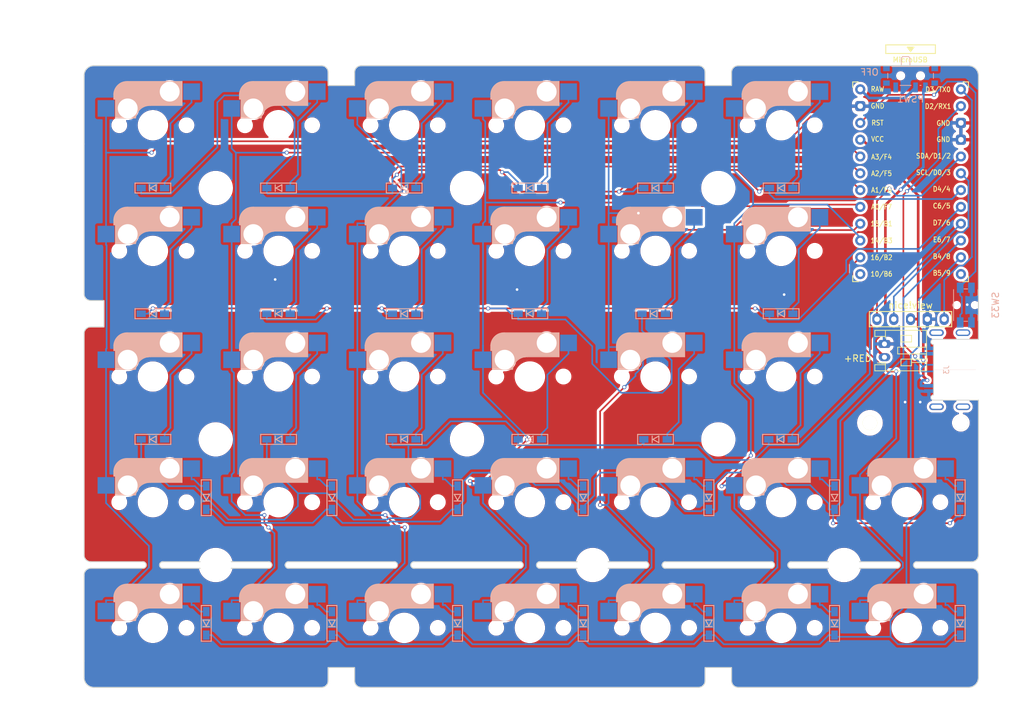
<source format=kicad_pcb>
(kicad_pcb (version 20221018) (generator pcbnew)
  (layers (0 "F.Cu" signal) (31 "B.Cu" signal) (34 "B.Paste" user) (35 "F.Paste" user) (36 "B.SilkS" user "B.Silkscreen") (37 "F.SilkS" user "F.Silkscreen") (38 "B.Mask" user) (39 "F.Mask" user) (44 "Edge.Cuts" user))
  (net 0 "")
  (net 1 "row0")
  (net 2 "Net-(BATJ1-Pin_1)")
  (net 3 "Net-(D1-A)")
  (net 4 "Net-(D2-A)")
  (net 5 "Net-(D3-A)")
  (net 6 "Net-(D4-A)")
  (net 7 "Net-(D5-A)")
  (net 8 "row1")
  (net 9 "Net-(D6-A)")
  (net 10 "Net-(D7-A)")
  (net 11 "Net-(D8-A)")
  (net 12 "Net-(D9-A)")
  (net 13 "Net-(D10-A)")
  (net 14 "Net-(D11-A)")
  (net 15 "row2")
  (net 16 "Net-(D12-A)")
  (net 17 "Net-(D13-A)")
  (net 18 "Net-(D14-A)")
  (net 19 "Net-(D15-A)")
  (net 20 "Net-(D16-A)")
  (net 21 "Net-(D17-A)")
  (net 22 "row3")
  (net 23 "Net-(D18-A)")
  (net 24 "Net-(D19-A)")
  (net 25 "Net-(D20-A)")
  (net 26 "Net-(D21-A)")
  (net 27 "Net-(D22-A)")
  (net 28 "Net-(D23-A)")
  (net 29 "VCC")
  (net 30 "GND")
  (net 31 "col3")
  (net 32 "col2")
  (net 33 "col4")
  (net 34 "/~{RESET}")
  (net 35 "col0")
  (net 36 "col1")
  (net 37 "col5")
  (net 38 "Net-(D24-A)")
  (net 39 "row4")
  (net 40 "Net-(D25-A)")
  (net 41 "Net-(D26-A)")
  (net 42 "Net-(D27-A)")
  (net 43 "Net-(D28-A)")
  (net 44 "Net-(D29-A)")
  (net 45 "Net-(D30-A)")
  (net 46 "Net-(D31-A)")
  (net 47 "Net-(D32-A)")
  (net 48 "col6")
  (net 49 "SDA")
  (net 50 "SCL")
  (net 51 "CS")
  (net 53 "+BATT")
  (net 54 "data")
  (net 55 "/ex1")
  (net 56 "/ex2")
  (footprint "kbd:CherryMX_Hotswap" (layer "F.Cu") (at 87.4305 56.1775)
    (fp_text reference "SW1" hide)
    (fp_text value "SW_PUSH" hide)
  )
  (footprint "kbd:CherryMX_Hotswap" (layer "F.Cu") (at 144.4305 56.1775)
    (fp_text reference "SW4" hide)
    (fp_text value "SW_PUSH" hide)
  )
  (footprint "kbd:CherryMX_Hotswap" (layer "F.Cu") (at 125.4305 56.1775)
    (fp_text reference "SW3" hide)
    (fp_text value "SW_PUSH" hide)
  )
  (footprint "kbd:CherryMX_Hotswap" (layer "F.Cu") (at 106.4305 56.1775)
    (fp_text reference "SW2" hide)
    (fp_text value "SW_PUSH" hide)
  )
  (footprint "kbd:ProMicro_v3" (layer "F.Cu") (at 202 65.225)
    (fp_text reference "U1" hide)
    (fp_text value "ProMicro" hide)
  )
  (footprint "kbd:CherryMX_Hotswap" (layer "F.Cu") (at 163.4305 56.1775)
    (fp_text reference "SW5" hide)
    (fp_text value "SW_PUSH" hide)
  )
  (footprint "kbd:CherryMX_Hotswap" (layer "F.Cu") (at 182.4305 132.1775)
    (fp_text reference "SW31" hide)
    (fp_text value "SW_PUSH" hide)
  )
  (footprint "kbd:CherryMX_Hotswap" (layer "F.Cu") (at 163.4305 132.1775)
    (fp_text reference "SW30" hide)
    (fp_text value "SW_PUSH" hide)
  )
  (footprint "kbd:CherryMX_Hotswap" (layer "F.Cu") (at 144.4305 132.1775)
    (fp_text reference "SW29" hide)
    (fp_text value "SW_PUSH" hide)
  )
  (footprint "kbd:CherryMX_Hotswap" (layer "F.Cu") (at 87.4305 132.1775)
    (fp_text reference "SW26" hide)
    (fp_text value "SW_PUSH" hide)
  )
  (footprint "kbd:CherryMX_Hotswap" (layer "F.Cu") (at 125.4305 132.1775)
    (fp_text reference "SW28" hide)
    (fp_text value "SW_PUSH" hide)
  )
  (footprint "kbd:CherryMX_Hotswap" (layer "F.Cu") (at 201.4305 113.1775)
    (fp_text reference "SW25" hide)
    (fp_text value "SW_PUSH" hide)
  )
  (footprint "kbd:CherryMX_Hotswap" (layer "F.Cu") (at 106.4305 132.1775)
    (fp_text reference "SW27" hide)
    (fp_text value "SW_PUSH" hide)
  )
  (footprint "kbd:CherryMX_Hotswap" (layer "F.Cu") (at 182.4305 113.1775)
    (fp_text reference "SW24" hide)
    (fp_text value "SW_PUSH" hide)
  )
  (footprint "kbd:CherryMX_Hotswap" (layer "F.Cu") (at 201.4305 132.1775)
    (fp_text reference "SW32" hide)
    (fp_text value "SW_PUSH" hide)
  )
  (footprint "beekeeb-lib:HOLE_M2_TH" (layer "F.Cu") (at 191.9305 122.6775)
    (fp_text reference "H9" hide)
    (fp_text value "MountingHole" hide)
  )
  (footprint "beekeeb-lib:HOLE_M2_TH" (layer "F.Cu") (at 96.9305 65.6775)
    (fp_text reference "H1" hide)
    (fp_text value "MountingHole" hide)
  )
  (footprint "beekeeb-lib:HOLE_M2_TH" (layer "F.Cu") (at 172.9305 103.6775)
    (fp_text reference "H6" hide)
    (fp_text value "MountingHole" hide)
  )
  (footprint "beekeeb-lib:HOLE_M2_TH" (layer "F.Cu") (at 172.9305 65.6775)
    (fp_text reference "H3" hide)
    (fp_text value "MountingHole" hide)
  )
  (footprint "beekeeb-lib:HOLE_M2_TH" (layer "F.Cu") (at 134.9305 103.6775)
    (fp_text reference "H5" hide)
    (fp_text value "MountingHole" hide)
  )
  (footprint "beekeeb-lib:HOLE_M2_TH" (layer "F.Cu") (at 153.9305 122.6775)
    (fp_text reference "H8" hide)
    (fp_text value "MountingHole" hide)
  )
  (footprint "beekeeb-lib:HOLE_M2_TH" (layer "F.Cu") (at 96.9305 103.6775)
    (fp_text reference "H4" hide)
    (fp_text value "MountingHole" hide)
  )
  (footprint "beekeeb-lib:HOLE_M2_TH" (layer "F.Cu") (at 96.9305 122.6775)
    (fp_text reference "H7" hide)
    (fp_text value "MountingHole" hide)
  )
  (footprint "beekeeb-lib:HOLE_M2_TH" (layer "F.Cu") (at 134.9305 65.6775)
    (fp_text reference "H2" hide)
    (fp_text value "MountingHole" hide)
  )
  (footprint "kbd:CherryMX_Hotswap" (layer "F.Cu") (at 125.4305 75.1775)
    (fp_text reference "SW9" hide)
    (fp_text value "SW_PUSH" hide)
  )
  (footprint "kbd:CherryMX_Hotswap" (layer "F.Cu") (at 144.4305 94.1775)
    (fp_text reference "SW16" hide)
    (fp_text value "SW_PUSH" hide)
  )
  (footprint "kbd:CherryMX_Hotswap" (layer "F.Cu") (at 87.4305 94.1775)
    (fp_text reference "SW13" hide)
    (fp_text value "SW_PUSH" hide)
  )
  (footprint "kbd:CherryMX_Hotswap" (layer "F.Cu") (at 106.4305 94.1775)
    (fp_text reference "SW14" hide)
    (fp_text value "SW_PUSH" hide)
  )
  (footprint "kbd:CherryMX_Hotswap" (layer "F.Cu") (at 106.4305 75.1775)
    (fp_text reference "SW8" hide)
    (fp_text value "SW_PUSH" hide)
  )
  (footprint "kbd:CherryMX_Hotswap" (layer "F.Cu") (at 87.4305 75.1775)
    (fp_text reference "SW7" hide)
    (fp_text value "SW_PUSH" hide)
  )
  (footprint "kbd:CherryMX_Hotswap" (layer "F.Cu") (at 182.4305 56.1775)
    (fp_text reference "SW6" hide)
    (fp_text value "SW_PUSH" hide)
  )
  (footprint "kbd:CherryMX_Hotswap" (layer "F.Cu") (at 182.4305 75.1775)
    (fp_text reference "SW12" hide)
    (fp_text value "SW_PUSH" hide)
  )
  (footprint "kbd:CherryMX_Hotswap" (layer "F.Cu") (at 106.4305 113.1775)
    (fp_text reference "SW20" hide)
    (fp_text value "SW_PUSH" hide)
  )
  (footprint "kbd:CherryMX_Hotswap" (layer "F.Cu") (at 87.4305 113.1775)
    (fp_text reference "SW19" hide)
    (fp_text value "SW_PUSH" hide)
  )
  (footprint "kbd:CherryMX_Hotswap" (layer "F.Cu") (at 163.4305 113.1775)
    (fp_text reference "SW23" hide)
    (fp_text value "SW_PUSH" hide)
  )
  (footprint "kbd:CherryMX_Hotswap" (layer "F.Cu") (at 182.4305 94.1775)
    (fp_text reference "SW18" hide)
    (fp_text value "SW_PUSH" hide)
  )
  (footprint "kbd:CherryMX_Hotswap" (layer "F.Cu") (at 125.4305 94.1775)
    (fp_text reference "SW15" hide)
    (fp_text value "SW_PUSH" hide)
  )
  (footprint "kbd:CherryMX_Hotswap" (layer "F.Cu") (at 125.4305 113.1775)
    (fp_text reference "SW21" hide)
    (fp_text value "SW_PUSH" hide)
  )
  (footprint "kbd:CherryMX_Hotswap" (layer "F.Cu") (at 163.4305 94.1775)
    (fp_text reference "SW17" hide)
    (fp_text value "SW_PUSH" hide)
  )
  (footprint "kbd:CherryMX_Hotswap" (layer "F.Cu") (at 163.4305 75.1775)
    (fp_text reference "SW11" hide)
    (fp_text value "SW_PUSH" hide)
  )
  (footprint "kbd:CherryMX_Hotswap" (layer "F.Cu") (at 144.4305 75.1775)
    (fp_text reference "SW10" hide)
    (fp_text value "SW_PUSH" hide)
  )
  (footprint "kbd:CherryMX_Hotswap" (layer "F.Cu") (at 144.4305 113.1775)
    (fp_text reference "SW22" hide)
    (fp_text value "SW_PUSH" hide)
  )
  (footprint "cipulot_parts:HOLE_M2" (layer "F.Cu") (at 209.6033 101.1733)
    (fp_text reference "H10" hide)
    (fp_text value "MountingHole" hide)
  )
  (footprint "cipulot_parts:HOLE_M2" (layer "F.Cu") (at 195.8543 101.1784)
    (fp_text reference "H13" hide)
    (fp_text value "MountingHole" hide)
  )
  (footprint "nice_view:nice_view_1side" (layer "F.Cu") (at 196.92 85.5)
    (fp_text reference "J2")
    (fp_text value "OLED" hide)
  )
  (footprint "Connector_JST:JST_PH_S2B-PH-K_1x02_P2.00mm_Horizontal" (layer "F.Cu") (at 198.05 91.25 90)
    (fp_text reference "BATJ1" hide)
    (fp_text value "Conn_01x02_Female")
  )
  (footprint "kbd:D3_SMD_v2" (layer "B.Cu") (at 125.4305 65.6775)
    (fp_text reference "D3" hide)
    (fp_text value "D" hide)
  )
  (footprint "kbd:D3_SMD_v2" (layer "B.Cu") (at 209.5 112.5 90)
    (fp_text reference "D25" hide)
    (fp_text value "D" hide)
  )
  (footprint "Button_Switch_SMD:Panasonic_EVQPUL_EVQPUC" (layer "B.Cu") (at 210.35 83.375 90)
    (fp_text reference "SW33")
    (fp_text value "Reset")
  )
  (footprint "kbd:D3_SMD_v2" (layer "B.Cu") (at 87.4305 103.6775)
    (fp_text reference "D13" hide)
    (fp_text value "D" hide)
  )
  (footprint "kbd:D3_SMD_v2" (layer "B.Cu") (at 144.4305 84.6775)
    (fp_text reference "D10" hide)
    (fp_text value "D" hide)
  )
  (footprint "kbd:D3_SMD_v2" (layer "B.Cu") (at 182.4305 84.6775)
    (fp_text reference "D12" hide)
    (fp_text value "D" hide)
  )
  (footprint "kbd:D3_SMD_v2" (layer "B.Cu") (at 163.1611 84.6775)
    (fp_text reference "D11" hide)
    (fp_text value "D" hide)
  )
  (footprint "kbd:D3_SMD_v2" (layer "B.Cu") (at 106.4305 84.6775)
    (fp_text reference "D8" hide)
    (fp_text value "D" hide)
  )
  (footprint "kbd:D3_SMD_v2" (layer "B.Cu") (at 163.4305 65.6775)
    (fp_text reference "D5" hide)
    (fp_text value "D" hide)
  )
  (footprint "kbd:D3_SMD_v2" (layer "B.Cu") (at 144.4305 65.6775)
    (fp_text reference "D4" hide)
    (fp_text value "D" hide)
  )
  (footprint "kbd:D3_SMD_v2" (layer "B.Cu") (at 106.4305 65.6775)
    (fp_text reference "D2" hide)
    (fp_text value "D" hide)
  )
  (footprint "kbd:D3_SMD_v2" (layer "B.Cu") (at 106.4305 103.6775)
    (fp_text reference "D14" hide)
    (fp_text value "D" hide)
  )
  (footprint "kbd:D3_SMD_v2" (layer "B.Cu") (at 87.4305 84.6775)
    (fp_text reference "D7" hide)
    (fp_text value "D" hide)
  )
  (footprint "kbd:D3_SMD_v2" (layer "B.Cu") (at 87.4305 65.6775)
    (fp_text reference "D1" hide)
    (fp_text value "D" hide)
  )
  (footprint "kbd:D3_SMD_v2" (layer "B.Cu") (at 182.4305 65.6775)
    (fp_text reference "D6" hide)
    (fp_text value "D" hide)
  )
  (footprint "kbd:D3_SMD_v2" (layer "B.Cu") (at 125.4305 84.6775)
    (fp_text reference "D9" hide)
    (fp_text value "D" hide)
  )
  (footprint "kbd:D3_SMD_v2" (layer "B.Cu") (at 95.5 131.5 90)
    (fp_text reference "D26" hide)
    (fp_text value "D" hide)
  )
  (footprint "kbd:D3_SMD_v2" (layer "B.Cu") (at 209.5 131.5 90)
    (fp_text reference "D32" hide)
    (fp_text value "D" hide)
  )
  (footprint "kbd:D3_SMD_v2" (layer "B.Cu") (at 125.4305 103.6775)
    (fp_text reference "D15" hide)
    (fp_text value "D" hide)
  )
  (footprint "kbd:D3_SMD_v2" (layer "B.Cu") (at 152.5 131.5 90)
    (fp_text reference "D29" hide)
    (fp_text value "D" hide)
  )
  (footprint "kbd:D3_SMD_v2" (layer "B.Cu") (at 114.5 131.5 90)
    (fp_text reference "D27" hide)
    (fp_text value "D" hide)
  )
  (footprint "kbd:D3_SMD_v2" (layer "B.Cu") (at 190.5 131.5 90)
    (fp_text reference "D31" hide)
    (fp_text value "D" hide)
  )
  (footprint "kbd:D3_SMD_v2" (layer "B.Cu") (at 171.5 131.5 90)
    (fp_text reference "D30" hide)
    (fp_text value "D" hide)
  )
  (footprint "kbd:D3_SMD_v2" (layer "B.Cu") (at 190.5 112.5 90)
    (fp_text reference "D24" hide)
    (fp_text value "D" hide)
  )
  (footprint "kbd:D3_SMD_v2" (layer "B.Cu") (at 152.5 112.5 90)
    (fp_text reference "D22" hide)
    (fp_text value "D" hide)
  )
  (footprint "kbd:D3_SMD_v2" (layer "B.Cu") (at 133.5 112.5 90)
    (fp_text reference "D21" hide)
    (fp_text value "D" hide)
  )
  (footprint "kbd:D3_SMD_v2" (layer "B.Cu") (at 114.5 112.5 90)
    (fp_text reference "D20" hide)
    (fp_text value "D" hide)
  )
  (footprint "kbd:D3_SMD_v2" (layer "B.Cu") (at 182.3289 103.6775)
    (fp_text reference "D18" hide)
    (fp_text value "D" hide)
  )
  (footprint "kbd:D3_SMD_v2" (layer "B.Cu") (at 171.5 112.5 90)
    (fp_text reference "D23" hide)
    (fp_text value "D" hide)
  )
  (footprint "kbd:D3_SMD_v2" (layer "B.Cu") (at 95.5 112.5 90)
    (fp_text reference "D19" hide)
    (fp_text value "D" hide)
  )
  (footprint "kbd:D3_SMD_v2" (layer "B.Cu") (at 163.4305 103.6775)
    (fp_text reference "D17" hide)
    (fp_text value "D" hide)
  )
  (footprint "kbd:D3_SMD_v2" (layer "B.Cu") (at 144.4305 103.6775)
    (fp_text reference "D16" hide)
    (fp_text value "D" hide)
  )
  (footprint "kbd:D3_SMD_v2" (layer "B.Cu") (at 133.5 131.5 90)
    (fp_text reference "D28" hide)
    (fp_text value "D" hide)
  )
  (footprint "Button_Switch_SMD:SW_SPDT_PCM12" (layer "B.Cu") (at 202 49.03)
    (fp_text reference "PSW1")
    (fp_text value "SW_SPST")
  )
  (footprint "beekeeb-lib:TYPE-C-31-M-14-custom-summer" (layer "B.Cu") (at 209.5625 93.15 -90)
    (fp_text reference "J3")
    (fp_text value "USB_C_Receptacle")
    (fp_line (start -4.6 4.1) (end -4.6 -2.7) (stroke (width 0.12)) (layer "Edge.Cuts"))
    (fp_line (start 3.8 4.1) (end -3.8 4.1) (stroke (width 0.12)) (layer "Edge.Cuts"))
    (fp_line (start 4.6 -2.7) (end 4.6 4.1) (stroke (width 0.12)) (layer "Edge.Cuts"))
    (fp_arc (start -3.8 4.1) (mid -4.2 4.5) (end -4.6 4.1) (stroke (width 0.12)) (layer "Edge.Cuts"))
    (fp_arc (start 4.6 4.1) (mid 4.2 4.5) (end 3.8 4.1) (stroke (width 0.12)) (layer "Edge.Cuts"))
  )
  (gr_arc (start 77.03058 124.21616) (mid 77.307729 123.482946) (end 78.02974 123.1778) (stroke (width 0.15)) (layer "Edge.Cuts"))
  (gr_line (start 77.02974 121.1778) (end 77.02974 87.67784) (stroke (width 0.15)) (layer "Edge.Cuts"))
  (gr_arc (start 78.02974 122.1778) (mid 77.322633 121.884907) (end 77.02974 121.1778) (stroke (width 0.15)) (layer "Edge.Cuts"))
  (gr_line (start 77.02974 137.19514) (end 77.03058 124.21616) (stroke (width 0.15)) (layer "Edge.Cuts"))
  (gr_line (start 212.26202 139.67754) (end 212.26272 124.19076) (stroke (width 0.15)) (layer "Edge.Cuts"))
  (gr_arc (start 181.42962 122.6778) (mid 181.283173 123.031353) (end 180.92962 123.1778) (stroke (width 0.15)) (layer "Edge.Cuts"))
  (gr_line (start 142.92962 123.1778) (end 126.92962 123.1778) (stroke (width 0.15)) (layer "Edge.Cuts"))
  (gr_line (start 85.92962 123.1778) (end 78.02974 123.1778) (stroke (width 0.15)) (layer "Edge.Cuts"))
  (gr_line (start 88.92962 123.1778) (end 104.92962 123.1778) (stroke (width 0.15)) (layer "Edge.Cuts"))
  (gr_line (start 107.92962 122.1778) (end 123.92962 122.1778) (stroke (width 0.15)) (layer "Edge.Cuts"))
  (gr_arc (start 180.92962 122.1778) (mid 181.283173 122.324247) (end 181.42962 122.6778) (stroke (width 0.15)) (layer "Edge.Cuts"))
  (gr_line (start 88.92962 122.1778) (end 104.92962 122.1778) (stroke (width 0.15)) (layer "Edge.Cuts"))
  (gr_line (start 180.92962 123.1778) (end 164.92962 123.1778) (stroke (width 0.15)) (layer "Edge.Cuts"))
  (gr_arc (start 199.92962 122.1778) (mid 200.283173 122.324247) (end 200.42962 122.6778) (stroke (width 0.15)) (layer "Edge.Cuts"))
  (gr_line (start 78.02974 122.1778) (end 85.92962 122.1778) (stroke (width 0.15)) (layer "Edge.Cuts"))
  (gr_arc (start 202.42962 122.6778) (mid 202.576067 122.324247) (end 202.92962 122.1778) (stroke (width 0.15)) (layer "Edge.Cuts"))
  (gr_line (start 126.92962 122.1778) (end 142.92962 122.1778) (stroke (width 0.15)) (layer "Edge.Cuts"))
  (gr_arc (start 202.92962 123.1778) (mid 202.576068 123.031352) (end 202.42962 122.6778) (stroke (width 0.15)) (layer "Edge.Cuts"))
  (gr_line (start 199.92962 123.1778) (end 183.92962 123.1778) (stroke (width 0.15)) (layer "Edge.Cuts"))
  (gr_arc (start 200.42962 122.6778) (mid 200.283173 123.031353) (end 199.92962 123.1778) (stroke (width 0.15)) (layer "Edge.Cuts"))
  (gr_line (start 161.92962 123.1778) (end 145.92962 123.1778) (stroke (width 0.15)) (layer "Edge.Cuts"))
  (gr_arc (start 126.92962 123.1778) (mid 126.576067 123.031353) (end 126.42962 122.6778) (stroke (width 0.15)) (layer "Edge.Cuts"))
  (gr_line (start 202.92962 122.1778) (end 211.26202 122.1778) (stroke (width 0.15)) (layer "Edge.Cuts"))
  (gr_line (start 211.26202 123.1778) (end 202.92962 123.1778) (stroke (width 0.15)) (layer "Edge.Cuts"))
  (gr_line (start 164.92962 122.1778) (end 180.92962 122.1778) (stroke (width 0.15)) (layer "Edge.Cuts"))
  (gr_arc (start 143.42962 122.6778) (mid 143.283173 123.031353) (end 142.92962 123.1778) (stroke (width 0.15)) (layer "Edge.Cuts"))
  (gr_line (start 145.92962 122.1778) (end 161.92962 122.1778) (stroke (width 0.15)) (layer "Edge.Cuts"))
  (gr_line (start 123.92962 123.1778) (end 107.92962 123.1778) (stroke (width 0.15)) (layer "Edge.Cuts"))
  (gr_line (start 77.02974 59.01394) (end 77.02971 48.649865) (stroke (width 0.15)) (layer "Edge.Cuts"))
  (gr_arc (start 210.76202 47.17754) (mid 211.82268 47.61688) (end 212.26202 48.67754) (stroke (width 0.15)) (layer "Edge.Cuts"))
  (gr_line (start 183.92962 122.1778) (end 199.92962 122.1778) (stroke (width 0.15)) (layer "Edge.Cuts"))
  (gr_arc (start 212.26202 139.67754) (mid 211.82268 140.7382) (end 210.76202 141.17754) (stroke (width 0.15)) (layer "Edge.Cuts"))
  (gr_line (start 175.93054 47.17754) (end 210.76202 47.17754) (stroke (width 0.15)) (layer "Edge.Cuts"))
  (gr_line (start 77.02974 59.01394) (end 77.02974 81.68344) (stroke (width 0.15)) (layer "Edge.Cuts"))
  (gr_line (start 112.93054 141.17754) (end 78.52974 141.18434) (stroke (width 0.15)) (layer "Edge.Cuts"))
  (gr_arc (start 174.93054 48.17754) (mid 175.223433 47.470433) (end 175.93054 47.17754) (stroke (width 0.15)) (layer "Edge.Cuts"))
  (gr_line (start 170.93054 48.17754) (end 170.93054 50.17754) (stroke (width 0.15)) (layer "Edge.Cuts"))
  (gr_arc (start 169.93054 47.17754) (mid 170.637647 47.470433) (end 170.93054 48.17754) (stroke (width 0.15)) (layer "Edge.Cuts"))
  (gr_line (start 117.93054 50.17754) (end 117.93054 48.17754) (stroke (width 0.15)) (layer "Edge.Cuts"))
  (gr_line (start 80.02974 86.67784) (end 78.02974 86.67784) (stroke (width 0.15)) (layer "Edge.Cuts"))
  (gr_line (start 77.02974 137.19514) (end 77.02974 139.68434) (stroke (width 0.15)) (layer "Edge.Cuts"))
  (gr_line (start 170.93054 140.17754) (end 170.93054 138.17754) (stroke (width 0.15)) (layer "Edge.Cuts"))
  (gr_arc (start 117.93054 48.17754) (mid 118.223433 47.470433) (end 118.93054 47.17754) (stroke (width 0.15)) (layer "Edge.Cuts"))
  (gr_line (start 118.93054 47.17754) (end 169.93054 47.17754) (stroke (width 0.15)) (layer "Edge.Cuts"))
  (gr_arc (start 170.93054 140.17754) (mid 170.637647 140.884647) (end 169.93054 141.17754) (stroke (width 0.15)) (layer "Edge.Cuts"))
  (gr_line (start 113.93054 138.17754) (end 113.93054 140.17754) (stroke (width 0.15)) (layer "Edge.Cuts"))
  (gr_line (start 175.93054 141.17754) (end 210.76202 141.17754) (stroke (width 0.15)) (layer "Edge.Cuts"))
  (gr_line (start 174.93054 138.17754) (end 174.93054 140.17754) (stroke (width 0.15)) (layer "Edge.Cuts"))
  (gr_line (start 78.02974 82.68344) (end 80.02974 82.68344) (stroke (width 0.15)) (layer "Edge.Cuts"))
  (gr_arc (start 118.93054 141.17754) (mid 118.223433 140.884647) (end 117.93054 140.17754) (stroke (width 0.15)) (layer "Edge.Cuts"))
  (gr_line (start 117.93054 138.17754) (end 117.93054 140.17754) (stroke (width 0.15)) (layer "Edge.Cuts"))
  (gr_arc (start 77.02974 87.67784) (mid 77.322633 86.970733) (end 78.02974 86.67784) (stroke (width 0.15)) (layer "Edge.Cuts"))
  (gr_arc (start 78.02974 82.68344) (mid 77.322633 82.390547) (end 77.02974 81.68344) (stroke (width 0.15)) (layer "Edge.Cuts"))
  (gr_arc (start 175.93054 141.17754) (mid 175.223433 140.884647) (end 174.93054 140.17754) (stroke (width 0.15)) (layer "Edge.Cuts"))
  (gr_line (start 118.93054 141.17754) (end 169.93054 141.17754) (stroke (width 0.15)) (layer "Edge.Cuts"))
  (gr_arc (start 113.93054 140.17754) (mid 113.637647 140.884647) (end 112.93054 141.17754) (stroke (width 0.15)) (layer "Edge.Cuts"))
  (gr_line (start 174.93054 48.17754) (end 174.93054 50.17754) (stroke (width 0.15)) (layer "Edge.Cuts"))
  (gr_arc (start 112.93054 47.17754) (mid 113.637647 47.470433) (end 113.93054 48.17754) (stroke (width 0.15)) (layer "Edge.Cuts"))
  (gr_line (start 113.93054 138.17754) (end 117.93054 138.17754) (stroke (width 0.15)) (layer "Edge.Cuts"))
  (gr_line (start 80.02974 82.68344) (end 80.02974 86.67784) (stroke (width 0.15)) (layer "Edge.Cuts"))
  (gr_line (start 113.93054 48.17754) (end 113.93054 50.17754) (stroke (width 0.15)) (layer "Edge.Cuts"))
  (gr_line (start 113.93054 50.17754) (end 117.93054 50.17754) (stroke (width 0.15)) (layer "Edge.Cuts"))
  (gr_line (start 112.93054 47.17754) (end 78.45214 47.17754) (stroke (width 0.15)) (layer "Edge.Cuts"))
  (gr_line (start 170.93054 138.17754) (end 174.93054 138.17754) (stroke (width 0.15)) (layer "Edge.Cuts"))
  (gr_line (start 170.93054 50.17754) (end 174.93054 50.17754) (stroke (width 0.15)) (layer "Edge.Cuts"))
  (gr_arc (start 123.92962 122.1778) (mid 124.283173 122.324247) (end 124.42962 122.6778) (stroke (width 0.15)) (layer "Edge.Cuts"))
  (gr_arc (start 211.26202 123.1778) (mid 211.9742 123.475014) (end 212.26272 124.19076) (stroke (width 0.15)) (layer "Edge.Cuts"))
  (gr_line (start 212.262542 48.67754) (end 212.262542 88.55) (stroke (width 0.15)) (layer "Edge.Cuts"))
  (gr_arc (start 145.42962 122.6778) (mid 145.576067 122.324247) (end 145.92962 122.1778) (stroke (width 0.15)) (layer "Edge.Cuts"))
  (gr_arc (start 161.92962 122.1778) (mid 162.283173 122.324247) (end 162.42962 122.6778) (stroke (width 0.15)) (layer "Edge.Cuts"))
  (gr_arc (start 85.92962 122.1778) (mid 86.283173 122.324247) (end 86.42962 122.6778) (stroke (width 0.15)) (layer "Edge.Cuts"))
  (gr_arc (start 107.92962 123.1778) (mid 107.576067 123.031353) (end 107.42962 122.6778) (stroke (width 0.15)) (layer "Edge.Cuts"))
  (gr_arc (start 183.42962 122.6778) (mid 183.576067 122.324247) (end 183.92962 122.1778) (stroke (width 0.15)) (layer "Edge.Cuts"))
  (gr_arc (start 124.42962 122.6778) (mid 124.283173 123.031353) (end 123.92962 123.1778) (stroke (width 0.15)) (layer "Edge.Cuts"))
  (gr_arc (start 142.92962 122.1778) (mid 143.283173 122.324247) (end 143.42962 122.6778) (stroke (width 0.15)) (layer "Edge.Cuts"))
  (gr_arc (start 105.42962 122.6778) (mid 105.283173 123.031353) (end 104.92962 123.1778) (stroke (width 0.15)) (layer "Edge.Cuts"))
  (gr_arc (start 88.92962 123.1778) (mid 88.576067 123.031353) (end 88.42962 122.6778) (stroke (width 0.15)) (layer "Edge.Cuts"))
  (gr_arc (start 88.42962 122.6778) (mid 88.576067 122.324247) (end 88.92962 122.1778) (stroke (width 0.15)) (layer "Edge.Cuts"))
  (gr_arc (start 162.42962 122.6778) (mid 162.283173 123.031353) (end 161.92962 123.1778) (stroke (width 0.15)) (layer "Edge.Cuts"))
  (gr_arc (start 164.42962 122.6778) (mid 164.576067 122.324247) (end 164.92962 122.1778) (stroke (width 0.15)) (layer "Edge.Cuts"))
  (gr_arc (start 126.42962 122.6778) (mid 126.576067 122.324247) (end 126.92962 122.1778) (stroke (width 0.15)) (layer "Edge.Cuts"))
  (gr_arc (start 86.42962 122.6778) (mid 86.283173 123.031353) (end 85.92962 123.1778) (stroke (width 0.15)) (layer "Edge.Cuts"))
  (gr_arc (start 164.92962 123.1778) (mid 164.576067 123.031353) (end 164.42962 122.6778) (stroke (width 0.15)) (layer "Edge.Cuts"))
  (gr_arc (start 183.92962 123.1778) (mid 183.576067 123.031353) (end 183.42962 122.6778) (stroke (width 0.15)) (layer "Edge.Cuts"))
  (gr_arc (start 212.262542 121.132608) (mid 211.985461 121.868846) (end 211.26202 122.1778) (stroke (width 0.15)) (layer "Edge.Cuts"))
  (gr_arc (start 104.92962 122.1778) (mid 105.283173 122.324247) (end 105.42962 122.6778) (stroke (width 0.15)) (layer "Edge.Cuts"))
  (gr_arc (start 107.42962 122.6778) (mid 107.576067 122.324247) (end 107.92962 122.1778) (stroke (width 0.15)) (layer "Edge.Cuts"))
  (gr_arc (start 145.92962 123.1778) (mid 145.576067 123.031353) (end 145.42962 122.6778) (stroke (width 0.15)) (layer "Edge.Cuts"))
  (gr_arc (start 77.02971 48.649865) (mid 77.443388 47.626249) (end 78.45214 47.17754) (stroke (width 0.15)) (layer "Edge.Cuts"))
  (gr_arc (start 78.52974 141.18434) (mid 77.46908 140.745) (end 77.02974 139.68434) (stroke (width 0.15)) (layer "Edge.Cuts"))
  (gr_line (start 212.262542 97.75) (end 212.262542 121.132608) (stroke (width 0.15)) (layer "Edge.Cuts"))
  (gr_text "OFF" (at 195.7832 48.1584) (layer "B.SilkS") (effects (font (size 1 1)) (justify mirror)))
  (gr_text "+RED" (at 194.0052 91.44) (layer "F.SilkS") (effects (font (size 1 1))))
  (segment (start 157.92 66.212) (end 161.194 62.9387) (width 0.25) (layer "F.Cu") (net 1))
  (segment (start 140.232 63.268) (end 143.176 66.212) (width 0.25) (layer "F.Cu") (net 1))
  (segment (start 124.323 63.6706) (end 125.043 62.9504) (width 0.25) (layer "F.Cu") (net 1))
  (segment (start 175.856 62.9387) (end 179.13 66.212) (width 0.25) (layer "F.Cu") (net 1))
  (segment (start 143.176 66.212) (end 157.92 66.212) (width 0.25) (layer "F.Cu") (net 1))
  (segment (start 161.194 62.9387) (end 175.856 62.9387) (width 0.25) (layer "F.Cu") (net 1))
  (segment (start 125.043 62.9504) (end 139.915 62.9504) (width 0.25) (layer "F.Cu") (net 1))
  (segment (start 139.915 62.9504) (end 140.232 63.268) (width 0.25) (layer "F.Cu") (net 1))
  (via (at 157.92 66.212) (size 0.6) (drill 0.4) (layers "F.Cu" "B.Cu") (net 1))
  (via (at 140.232 63.268) (size 0.6) (drill 0.4) (layers "F.Cu" "B.Cu") (net 1))
  (via (at 179.13 66.212) (size 0.6) (drill 0.4) (layers "F.Cu" "B.Cu") (net 1))
  (via (at 124.323 63.6706) (size 0.6) (drill 0.4) (layers "F.Cu" "B.Cu") (net 1))
  (segment (start 104.656 65.6775) (end 104.656 66.4285) (width 0.25) (layer "B.Cu") (net 1))
  (segment (start 142.6555 65.6775) (end 142.656 65.6775) (width 0.25) (layer "B.Cu") (net 1))
  (segment (start 208.262 67.3363) (end 208.9365 66.6616) (width 0.25) (layer "B.Cu") (net 1))
  (segment (start 179.579 65.7631) (end 179.579 65.6775) (width 0.25) (layer "B.Cu") (net 1))
  (segment (start 179.579 65.6775) (end 180.6555 65.6775) (width 0.25) (layer "B.Cu") (net 1))
  (segment (start 180.656 65.6775) (end 180.656 66.5544) (width 0.25) (layer "B.Cu") (net 1))
  (segment (start 181.437 67.3363) (end 208.262 67.3363) (width 0.25) (layer "B.Cu") (net 1))
  (segment (start 97.1775 52.719) (end 98.2246 51.6719) (width 0.25) (layer "B.Cu") (net 1))
  (segment (start 104.656 64.8006) (end 104.656 65.6775) (width 0.25) (layer "B.Cu") (net 1))
  (segment (start 123.6555 65.6775) (end 123.656 65.6775) (width 0.25) (layer "B.Cu") (net 1))
  (segment (start 104.781 66.5544) (end 123.656 66.5544) (width 0.25) (layer "B.Cu") (net 1))
  (segment (start 160.579 65.6775) (end 161.6555 65.6775) (width 0.25) (layer "B.Cu") (net 1))
  (segment (start 123.656 65.6775) (end 123.656 64.3381) (width 0.25) (layer "B.Cu") (net 1))
  (segment (start 142.656 64.8006) (end 142.656 65.6775) (width 0.25) (layer "B.Cu") (net 1))
  (segment (start 108.857 55.1722) (end 108.857 60.5987) (width 0.25) (layer "B.Cu") (net 1))
  (segment (start 104.6555 65.6775) (end 104.656 65.6775) (width 0.25) (layer "B.Cu") (net 1))
  (segment (start 140.232 63.268) (end 141.123 63.268) (width 0.25) (layer "B.Cu") (net 1))
  (segment (start 160.044 66.212) (end 160.579 65.6775) (width 0.25) (layer "B.Cu") (net 1))
  (segment (start 98.2246 51.6719) (end 105.357 51.6719) (width 0.25) (layer "B.Cu") (net 1))
  (segment (start 123.656 64.3381) (end 124.323 63.6706) (width 0.25) (layer "B.Cu") (net 1))
  (segment (start 141.123 63.268) (end 142.656 64.8006) (width 0.25) (layer "B.Cu") (net 1))
  (segment (start 208.9365 66.6616) (end 208.9368 66.6616) (width 0.25) (layer "B.Cu") (net 1))
  (segment (start 90.1177 66.5544) (end 97.1775 59.4946) (width 0.25) (layer "B.Cu") (net 1))
  (segment (start 208.9368 66.6616) (end 209.6114 65.987) (width 0.25) (layer "B.Cu") (net 1))
  (segment (start 180.6555 65.6775) (end 180.656 65.6775) (width 0.25) (layer "B.Cu") (net 1))
  (segment (start 108.857 60.5987) (end 104.656 64.8006) (width 0.25) (layer "B.Cu") (net 1))
  (segment (start 179.13 66.212) (end 179.579 65.7631) (width 0.25) (layer "B.Cu") (net 1))
  (segment (start 105.357 51.6719) (end 108.857 55.1722) (width 0.25) (layer "B.Cu") (net 1))
  (segment (start 104.656 66.4285) (end 104.781 66.5544) (width 0.25) (layer "B.Cu") (net 1))
  (segment (start 157.92 66.212) (end 160.044 66.212) (width 0.25) (layer "B.Cu") (net 1))
  (segment (start 161.6555 65.6775) (end 161.656 65.6775) (width 0.25) (layer "B.Cu") (net 1))
  (segment (start 85.6555 66.5544) (end 90.1177 66.5544) (width 0.25) (layer "B.Cu") (net 1))
  (segment (start 85.6555 65.6775) (end 85.6555 66.5544) (width 0.25) (layer "B.Cu") (net 1))
  (segment (start 97.1775 59.4946) (end 97.1775 52.719) (width 0.25) (layer "B.Cu") (net 1))
  (segment (start 180.656 66.5544) (end 181.437 67.3363) (width 0.25) (layer "B.Cu") (net 1))
  (segment (start 123.656 66.5544) (end 123.656 65.6775) (width 0.25) (layer "B.Cu") (net 1))
  (segment (start 208.9365 66.6616) (end 209.611 65.987) (width 0.25) (layer "B.Cu") (net 1))
  (segment (start 198.19 68.2407) (end 200.522 65.9083) (width 0.4) (layer "F.Cu") (net 2))
  (segment (start 196.712 89.9117) (end 196.712 88.6292) (width 0.4) (layer "F.Cu") (net 2))
  (segment (start 198.05 91.25) (end 196.712 89.9117) (width 0.4) (layer "F.Cu") (net 2))
  (segment (start 196.712 88.6292) (end 198.19 87.1509) (width 0.4) (layer "F.Cu") (net 2))
  (segment (start 198.19 87.1509) (end 198.19 68.2407) (width 0.4) (layer "F.Cu") (net 2))
  (via (at 200.522 65.9083) (size 0.6) (drill 0.4) (layers "F.Cu" "B.Cu") (net 2))
  (segment (start 203.929 50.7808) (end 203.929 62.5015) (width 0.4) (layer "B.Cu") (net 2))
  (segment (start 204.25 50.46) (end 203.929 50.7808) (width 0.4) (layer "B.Cu") (net 2))
  (segment (start 203.929 62.5015) (end 200.522 65.9083) (width 0.4) (layer "B.Cu") (net 2))
  (segment (start 89.2055 65.6775) (end 89.2055 64.8006) (width 0.25) (layer "B.Cu") (net 3))
  (segment (start 90.0824 63.9237) (end 90.0824 55.9145) (width 0.25) (layer "B.Cu") (net 3))
  (segment (start 89.2055 64.8006) (end 90.0824 63.9237) (width 0.25) (layer "B.Cu") (net 3))
  (segment (start 93.2725 52.7244) (end 93.2725 51.0975) (width 0.25) (layer "B.Cu") (net 3))
  (segment (start 90.0824 55.9145) (end 93.2725 52.7244) (width 0.25) (layer "B.Cu") (net 3))
  (segment (start 108.206 65.239) (end 108.206 64.8006) (width 0.25) (layer "B.Cu") (net 4))
  (segment (start 112.2725 51.9104) (end 112.2725 51.0975) (width 0.25) (layer "B.Cu") (net 4))
  (segment (start 112.272 51.9109) (end 112.272 51.0975) (width 0.25) (layer "B.Cu") (net 4))
  (segment (start 109.359 63.6468) (end 109.359 55.6376) (width 0.25) (layer "B.Cu") (net 4))
  (segment (start 108.206 65.6775) (end 108.206 65.239) (width 0.25) (layer "B.Cu") (net 4))
  (segment (start 112.272 52.7244) (end 112.272 51.9109) (width 0.25) (layer "B.Cu") (net 4))
  (segment (start 109.359 55.6376) (end 112.272 52.7244) (width 0.25) (layer "B.Cu") (net 4))
  (segment (start 108.206 65.239) (end 108.2055 65.2395) (width 0.25) (layer "B.Cu") (net 4))
  (segment (start 108.2055 65.2395) (end 108.2055 65.6775) (width 0.25) (layer "B.Cu") (net 4))
  (segment (start 108.206 64.8006) (end 109.359 63.6468) (width 0.25) (layer "B.Cu") (net 4))
  (segment (start 112.272 51.9109) (end 112.2725 51.9104) (width 0.25) (layer "B.Cu") (net 4))
  (segment (start 131.272 51.9109) (end 131.2725 51.9104) (width 0.25) (layer "B.Cu") (net 5))
  (segment (start 127.206 65.239) (end 127.2055 65.2395) (width 0.25) (layer "B.Cu") (net 5))
  (segment (start 128.082 55.9145) (end 131.272 52.7244) (width 0.25) (layer "B.Cu") (net 5))
  (segment (start 127.206 64.8006) (end 128.082 63.9237) (width 0.25) (layer "B.Cu") (net 5))
  (segment (start 131.2725 51.9104) (end 131.2725 51.0975) (width 0.25) (layer "B.Cu") (net 5))
  (segment (start 131.272 51.9109) (end 131.272 51.0975) (width 0.25) (layer "B.Cu") (net 5))
  (segment (start 127.206 65.239) (end 127.206 64.8006) (width 0.25) (layer "B.Cu") (net 5))
  (segment (start 131.272 52.7244) (end 131.272 51.9109) (width 0.25) (layer "B.Cu") (net 5))
  (segment (start 128.082 63.9237) (end 128.082 55.9145) (width 0.25) (layer "B.Cu") (net 5))
  (segment (start 127.206 65.6775) (end 127.206 65.239) (width 0.25) (layer "B.Cu") (net 5))
  (segment (start 127.2055 65.2395) (end 127.2055 65.6775) (width 0.25) (layer "B.Cu") (net 5))
  (segment (start 147.082 63.9237) (end 147.082 55.9145) (width 0.25) (layer "B.Cu") (net 6))
  (segment (start 150.272 51.9109) (end 150.272 51.0975) (width 0.25) (layer "B.Cu") (net 6))
  (segment (start 146.2055 65.2395) (end 146.2055 65.6775) (width 0.25) (layer "B.Cu") (net 6))
  (segment (start 146.206 65.239) (end 146.2055 65.2395) (width 0.25) (layer "B.Cu") (net 6))
  (segment (start 150.272 52.7244) (end 150.272 51.9109) (width 0.25) (layer "B.Cu") (net 6))
  (segment (start 146.206 64.8006) (end 147.082 63.9237) (width 0.25) (layer "B.Cu") (net 6))
  (segment (start 146.206 65.239) (end 146.206 64.8006) (width 0.25) (layer "B.Cu") (net 6))
  (segment (start 150.272 51.9109) (end 150.2725 51.9104) (width 0.25) (layer "B.Cu") (net 6))
  (segment (start 147.082 55.9145) (end 150.272 52.7244) (width 0.25) (layer "B.Cu") (net 6))
  (segment (start 150.2725 51.9104) (end 150.2725 51.0975) (width 0.25) (layer "B.Cu") (net 6))
  (segment (start 146.206 65.6775) (end 146.206 65.239) (width 0.25) (layer "B.Cu") (net 6))
  (segment (start 165.206 64.8006) (end 166.082 63.9237) (width 0.25) (layer "B.Cu") (net 7))
  (segment (start 165.2055 65.2395) (end 165.2055 65.6775) (width 0.25) (layer "B.Cu") (net 7))
  (segment (start 169.272 52.7244) (end 169.272 51.9109) (width 0.25) (layer "B.Cu") (net 7))
  (segment (start 166.082 55.9145) (end 169.272 52.7244) (width 0.25) (layer "B.Cu") (net 7))
  (segment (start 165.206 65.6775) (end 165.206 65.239) (width 0.25) (layer "B.Cu") (net 7))
  (segment (start 169.272 51.9109) (end 169.2725 51.9104) (width 0.25) (layer "B.Cu") (net 7))
  (segment (start 166.082 63.9237) (end 166.082 55.9145) (width 0.25) (layer "B.Cu") (net 7))
  (segment (start 169.272 51.9109) (end 169.272 51.0975) (width 0.25) (layer "B.Cu") (net 7))
  (segment (start 165.206 65.239) (end 165.206 64.8006) (width 0.25) (layer "B.Cu") (net 7))
  (segment (start 165.206 65.239) (end 165.2055 65.2395) (width 0.25) (layer "B.Cu") (net 7))
  (segment (start 169.2725 51.9104) (end 169.2725 51.0975) (width 0.25) (layer "B.Cu") (net 7))
  (segment (start 138.115 83.876) (end 178.496 83.876) (width 0.25) (layer "F.Cu") (net 8))
  (segment (start 113.734 83.876) (end 87.4305 83.876) (width 0.25) (layer "F.Cu") (net 8))
  (segment (start 122.025 83.876) (end 138.115 83.876) (width 0.25) (layer "F.Cu") (net 8))
  (segment (start 122.025 83.876) (end 113.734 83.876) (width 0.25) (layer "F.Cu") (net 8))
  (via (at 138.115 83.876) (size 0.6) (drill 0.4) (layers "F.Cu" "B.Cu") (net 8))
  (via (at 87.4305 83.876) (size 0.6) (drill 0.4) (layers "F.Cu" "B.Cu") (net 8))
  (via (at 113.734 83.876) (size 0.6) (drill 0.4) (layers "F.Cu" "B.Cu") (net 8))
  (via (at 178.496 83.876) (size 0.6) (drill 0.4) (layers "F.Cu" "B.Cu") (net 8))
  (via (at 122.025 83.876) (size 0.6) (drill 0.4) (layers "F.Cu" "B.Cu") (net 8))
  (segment (start 179.579 84.6775) (end 180.6555 84.6775) (width 0.25) (layer "B.Cu") (net 8))
  (segment (start 178.496 83.876) (end 178.777 83.876) (width 0.25) (layer "B.Cu") (net 8))
  (segment (start 180.656 85.5544) (end 185.064 85.5544) (width 0.25) (layer "B.Cu") (net 8))
  (segment (start 86.7324 84.5741) (end 86.7324 84.6775) (width 0.25) (layer "B.Cu") (net 8))
  (segment (start 104.656 84.6775) (end 104.656 85.5544) (width 0.25) (layer "B.Cu") (net 8))
  (segment (start 104.6555 84.6775) (end 104.656 84.6775) (width 0.25) (layer "B.Cu") (net 8))
  (segment (start 180.6555 84.6775) (end 180.656 84.6775) (width 0.25) (layer "B.Cu") (net 8))
  (segment (start 178.777 83.876) (end 179.579 84.6775) (width 0.25) (layer "B.Cu") (net 8))
  (segment (start 142.656 85.5544) (end 142.656 84.6775) (width 0.25) (layer "B.Cu") (net 8))
  (segment (start 141.579 84.6775) (end 140.777 83.876) (width 0.25) (layer "B.Cu") (net 8))
  (segment (start 161.3861 85.9598) (end 161.3861 84.6775) (width 0.25) (layer "B.Cu") (net 8))
  (segment (start 208.7846 69.3534) (end 208.785 69.3534) (width 0.25) (layer "B.Cu") (net 8))
  (segment (start 122.579 84.4297) (end 122.579 84.6775) (width 0.25) (layer "B.Cu") (net 8))
  (segment (start 161.386 84.6775) (end 161.386 85.9599) (width 0.25) (layer "B.Cu") (net 8))
  (segment (start 149.807 85.5544) (end 142.656 85.5544) (width 0.25) (layer "B.Cu") (net 8))
  (segment (start 208.785 69.3534) (end 209.6114 68.527) (width 0.25) (layer "B.Cu") (net 8))
  (segment (start 161.386 87.2423) (end 165.876 91.732) (width 0.25) (layer "B.Cu") (net 8))
  (segment (start 193.987 74.877) (end 203.261 74.877) (width 0.25) (layer "B.Cu") (net 8))
  (segment (start 185.064 85.5544) (end 192.26 78.3575) (width 0.25) (layer "B.Cu") (net 8))
  (segment (start 142.656 84.6775) (end 142.6555 84.6775) (width 0.25) (layer "B.Cu") (net 8))
  (segment (start 140.777 83.876) (end 138.115 83.876) (width 0.25) (layer "B.Cu") (net 8))
  (segment (start 142.6555 84.6775) (end 141.579 84.6775) (width 0.25) (layer "B.Cu") (net 8))
  (segment (start 192.26 76.6038) (end 193.987 74.877) (width 0.25) (layer "B.Cu") (net 8))
  (segment (start 153.86 89.6072) (end 149.807 85.5544) (width 0.25) (layer "B.Cu") (net 8))
  (segment (start 203.261 74.877) (end 208.7846 69.3534) (width 0.25) (layer "B.Cu") (net 8))
  (segment (start 153.86 92.2521) (end 153.86 89.6072) (width 0.25) (layer "B.Cu") (net 8))
  (segment (start 161.386 85.9599) (end 161.386 87.2423) (width 0.25) (layer "B.Cu") (net 8))
  (segment (start 208.7846 69.3534) (end 209.611 68.527) (width 0.25) (layer "B.Cu") (net 8))
  (segment (start 112.055 85.5544) (end 113.734 83.876) (width 0.25) (layer "B.Cu") (net 8))
  (segment (start 164.466 96.6365) (end 158.244 96.6365) (width 0.25) (layer "B.Cu") (net 8))
  (segment (start 87.4305 83.876) (end 86.7324 84.5741) (width 0.25) (layer "B.Cu") (net 8))
  (segment (start 123.6555 84.6775) (end 123.656 84.6775) (width 0.25) (layer "B.Cu") (net 8))
  (segment (start 122.579 84.6775) (end 123.6555 84.6775) (width 0.25) (layer "B.Cu") (net 8))
  (segment (start 180.656 84.6775) (end 180.656 85.5544) (width 0.25) (layer "B.Cu") (net 8))
  (segment (start 104.656 85.5544) (end 112.055 85.5544) (width 0.25) (layer "B.Cu") (net 8))
  (segment (start 192.26 78.3575) (end 192.26 76.6038) (width 0.25) (layer "B.Cu") (net 8))
  (segment (start 86.7324 84.6775) (end 85.6555 84.6775) (width 0.25) (layer "B.Cu") (net 8))
  (segment (start 165.876 91.732) (end 165.876 95.227) (width 0.25) (layer "B.Cu") (net 8))
  (segment (start 165.876 95.227) (end 164.466 96.6365) (width 0.25) (layer "B.Cu") (net 8))
  (segment (start 161.386 85.9599) (end 161.3861 85.9598) (width 0.25) (layer "B.Cu") (net 8))
  (segment (start 158.244 96.6365) (end 153.86 92.2521) (width 0.25) (layer "B.Cu") (net 8))
  (segment (start 122.025 83.876) (end 122.579 84.4297) (width 0.25) (layer "B.Cu") (net 8))
  (segment (start 184.206 64.8006) (end 185.082 63.9237) (width 0.25) (layer "B.Cu") (net 9))
  (segment (start 188.272 52.7244) (end 188.272 51.9109) (width 0.25) (layer "B.Cu") (net 9))
  (segment (start 188.272 51.9109) (end 188.272 51.0975) (width 0.25) (layer "B.Cu") (net 9))
  (segment (start 184.2055 65.2395) (end 184.2055 65.6775) (width 0.25) (layer "B.Cu") (net 9))
  (segment (start 188.2725 51.9104) (end 188.2725 51.0975) (width 0.25) (layer "B.Cu") (net 9))
  (segment (start 185.082 63.9237) (end 185.082 55.9145) (width 0.25) (layer "B.Cu") (net 9))
  (segment (start 184.206 65.6775) (end 184.206 65.239) (width 0.25) (layer "B.Cu") (net 9))
  (segment (start 184.206 65.239) (end 184.2055 65.2395) (width 0.25) (layer "B.Cu") (net 9))
  (segment (start 188.272 51.9109) (end 188.2725 51.9104) (width 0.25) (layer "B.Cu") (net 9))
  (segment (start 185.082 55.9145) (end 188.272 52.7244) (width 0.25) (layer "B.Cu") (net 9))
  (segment (start 184.206 65.239) (end 184.206 64.8006) (width 0.25) (layer "B.Cu") (net 9))
  (segment (start 89.2055 84.6775) (end 89.2055 83.8006) (width 0.25) (layer "B.Cu") (net 10))
  (segment (start 89.2055 83.8006) (end 90.0824 82.9237) (width 0.25) (layer "B.Cu") (net 10))
  (segment (start 90.0824 74.9145) (end 93.2725 71.7244) (width 0.25) (layer "B.Cu") (net 10))
  (segment (start 93.2725 71.7244) (end 93.2725 70.0975) (width 0.25) (layer "B.Cu") (net 10))
  (segment (start 90.0824 82.9237) (end 90.0824 74.9145) (width 0.25) (layer "B.Cu") (net 10))
  (segment (start 112.272 70.9109) (end 112.272 70.0975) (width 0.25) (layer "B.Cu") (net 11))
  (segment (start 109.082 82.9237) (end 109.082 74.9145) (width 0.25) (layer "B.Cu") (net 11))
  (segment (start 112.2725 70.9104) (end 112.2725 70.0975) (width 0.25) (layer "B.Cu") (net 11))
  (segment (start 108.206 84.239) (end 108.206 83.8006) (width 0.25) (layer "B.Cu") (net 11))
  (segment (start 109.082 74.9145) (end 112.272 71.7244) (width 0.25) (layer "B.Cu") (net 11))
  (segment (start 108.206 84.6775) (end 108.206 84.239) (width 0.25) (layer "B.Cu") (net 11))
  (segment (start 108.2055 84.2395) (end 108.2055 84.6775) (width 0.25) (layer "B.Cu") (net 11))
  (segment (start 108.206 83.8006) (end 109.082 82.9237) (width 0.25) (layer "B.Cu") (net 11))
  (segment (start 112.272 70.9109) (end 112.2725 70.9104) (width 0.25) (layer "B.Cu") (net 11))
  (segment (start 112.272 71.7244) (end 112.272 70.9109) (width 0.25) (layer "B.Cu") (net 11))
  (segment (start 108.206 84.239) (end 108.2055 84.2395) (width 0.25) (layer "B.Cu") (net 11))
  (segment (start 127.206 84.6775) (end 127.206 84.239) (width 0.25) (layer "B.Cu") (net 12))
  (segment (start 131.2725 70.9104) (end 131.2725 70.0975) (width 0.25) (layer "B.Cu") (net 12))
  (segment (start 127.206 84.239) (end 127.2055 84.2395) (width 0.25) (layer "B.Cu") (net 12))
  (segment (start 131.272 70.9109) (end 131.2725 70.9104) (width 0.25) (layer "B.Cu") (net 12))
  (segment (start 127.2055 84.2395) (end 127.2055 84.6775) (width 0.25) (layer "B.Cu") (net 12))
  (segment (start 131.272 70.9109) (end 131.272 70.0975) (width 0.25) (layer "B.Cu") (net 12))
  (segment (start 128.082 74.9145) (end 131.272 71.7244) (width 0.25) (layer "B.Cu") (net 12))
  (segment (start 127.206 84.239) (end 127.206 83.8006) (width 0.25) (layer "B.Cu") (net 12))
  (segment (start 127.206 83.8006) (end 128.082 82.9237) (width 0.25) (layer "B.Cu") (net 12))
  (segment (start 128.082 82.9237) (end 128.082 74.9145) (width 0.25) (layer "B.Cu") (net 12))
  (segment (start 131.272 71.7244) (end 131.272 70.9109) (width 0.25) (layer "B.Cu") (net 12))
  (segment (start 150.272 70.9109) (end 150.2725 70.9104) (width 0.25) (layer "B.Cu") (net 13))
  (segment (start 150.272 71.7244) (end 150.272 70.9109) (width 0.25) (layer "B.Cu") (net 13))
  (segment (start 146.206 84.239) (end 146.2055 84.2395) (width 0.25) (layer "B.Cu") (net 13))
  (segment (start 146.206 83.8006) (end 147.082 82.9237) (width 0.25) (layer "B.Cu") (net 13))
  (segment (start 147.082 74.9145) (end 150.272 71.7244) (width 0.25) (layer "B.Cu") (net 13))
  (segment (start 146.206 84.239) (end 146.206 83.8006) (width 0.25) (layer "B.Cu") (net 13))
  (segment (start 146.206 84.6775) (end 146.206 84.239) (width 0.25) (layer "B.Cu") (net 13))
  (segment (start 150.272 70.9109) (end 150.272 70.0975) (width 0.25) (layer "B.Cu") (net 13))
  (segment (start 150.2725 70.9104) (end 150.2725 70.0975) (width 0.25) (layer "B.Cu") (net 13))
  (segment (start 146.2055 84.2395) (end 146.2055 84.6775) (width 0.25) (layer "B.Cu") (net 13))
  (segment (start 147.082 82.9237) (end 147.082 74.9145) (width 0.25) (layer "B.Cu") (net 13))
  (segment (start 164.936 84.6775) (end 164.936 84.239) (width 0.25) (layer "B.Cu") (net 14))
  (segment (start 164.9361 84.2391) (end 164.9361 84.6775) (width 0.25) (layer "B.Cu") (net 14))
  (segment (start 166.344 82.3932) (end 166.344 74.6534) (width 0.25) (layer "B.Cu") (net 14))
  (segment (start 169.272 70.9109) (end 169.2725 70.9104) (width 0.25) (layer "B.Cu") (net 14))
  (segment (start 169.2725 70.9104) (end 169.2725 70.0975) (width 0.25) (layer "B.Cu") (net 14))
  (segment (start 166.344 74.6534) (end 169.272 71.7244) (width 0.25) (layer "B.Cu") (net 14))
  (segment (start 164.936 84.239) (end 164.936 83.8006) (width 0.25) (layer "B.Cu") (net 14))
  (segment (start 164.936 84.239) (end 164.9361 84.2391) (width 0.25) (layer "B.Cu") (net 14))
  (segment (start 164.936 83.8006) (end 166.344 82.3932) (width 0.25) (layer "B.Cu") (net 14))
  (segment (start 169.272 70.9109) (end 169.272 70.0975) (width 0.25) (layer "B.Cu") (net 14))
  (segment (start 169.272 71.7244) (end 169.272 70.9109) (width 0.25) (layer "B.Cu") (net 14))
  (segment (start 109.359 111.824) (end 113.782 111.824) (width 0.25) (layer "B.Cu") (net 15))
  (segment (start 161.656 104.116) (end 161.656 104.554) (width 0.25) (layer "B.Cu") (net 15))
  (segment (start 123.6555 103.6775) (end 123.656 103.678) (width 0.25) (layer "B.Cu") (net 15))
  (segment (start 93.7813 110.752) (end 89.8576 110.752) (width 0.25) (layer "B.Cu") (net 15))
  (segment (start 140.804 100.949) (end 132.432 100.949) (width 0.25) (layer "B.Cu") (net 15))
  (segment (start 132.432 100.949) (end 128.826 104.554) (width 0.25) (layer "B.Cu") (net 15))
  (segment (start 180.5539 103.6775) (end 180.554 103.6776) (width 0.25) (layer "B.Cu") (net 15))
  (segment (start 123.053 115.604) (end 126.436 115.604) (width 0.25) (layer "B.Cu") (net 15))
  (segment (start 122.847 115.811) (end 123.053 115.604) (width 0.25) (layer "B.Cu") (net 15))
  (segment (start 180.555 104.554) (end 185.014 104.554) (width 0.25) (layer "B.Cu") (net 15))
  (segment (start 98.8352 115.806) (end 93.7813 110.752) (width 0.25) (layer "B.Cu") (net 15))
  (segment (start 161.6555 103.6775) (end 161.656 103.678) (width 0.25) (layer "B.Cu") (net 15))
  (segment (start 104.6555 103.6775) (end 104.656 103.678) (width 0.25) (layer "B.Cu") (net 15))
  (segment (start 109.359 113.757) (end 107.311 115.806) (width 0.25) (layer "B.Cu") (net 15))
  (segment (start 142.6555 103.6775) (end 142.656 103.6775) (width 0.25) (layer "B.Cu") (net 15))
  (segment (start 109.359 111.824) (end 109.359 113.757) (width 0.25) (layer "B.Cu") (net 15))
  (segment (start 127.857 114.183) (end 127.857 112.172) (width 0.25) (layer "B.Cu") (net 15))
  (segment (start 161.217 104.554) (end 142.656 104.554) (width 0.25) (layer "B.Cu") (net 15))
  (segment (start 180.554 104.554) (end 180.554 104.553) (width 0.25) (layer "B.Cu") (net 15))
  (segment (start 128.826 104.554) (end 126.064 104.554) (width 0.25) (layer "B.Cu") (net 15))
  (segment (start 161.656 103.678) (end 161.656 104.116) (width 0.25) (layer "B.Cu") (net 15))
  (segment (start 85.6555 106.55) (end 85.6555 103.678) (width 0.25) (layer "B.Cu") (net 15))
  (segment (start 209.6114 71.067) (end 209.611 71.067) (width 0.25) (layer "B.Cu") (net 15))
  (segment (start 169.951 104.554) (end 172.191 106.795) (width 0.25) (layer "B.Cu") (net 15))
  (segment (start 126.064 110.379) (end 126.064 104.554) (width 0.25) (layer "B.Cu") (net 15))
  (segment (start 142.656 104.554) (end 142.656 103.6775) (width 0.25) (layer "B.Cu") (net 15))
  (segment (start 126.064 104.554) (end 123.656 104.554) (width 0.25) (layer "B.Cu") (net 15))
  (segment (start 113.782 111.824) (end 117.769 115.811) (width 0.25) (layer "B.Cu") (net 15))
  (segment (start 85.6555 103.678) (end 85.6555 103.6775) (width 0.25) (layer "B.Cu") (net 15))
  (segment (start 178.314 106.795) (end 180.554 104.554) (width 0.25) (layer "B.Cu") (net 15))
  (segment (start 107.311 115.806) (end 98.8352 115.806) (width 0.25) (layer "B.Cu") (net 15))
  (segment (start 180.554 104.553) (end 180.555 104.554) (width 0.25) (layer "B.Cu") (net 15))
  (segment (start 161.656 104.116) (end 161.217 104.554) (width 0.25) (layer "B.Cu") (net 15))
  (segment (start 117.769 115.811) (end 122.847 115.811) (width 0.25) (layer "B.Cu") (net 15))
  (segment (start 104.656 107.12) (end 109.359 111.824) (width 0.25) (layer "B.Cu") (net 15))
  (segment (start 195.828 93.741) (end 195.828 84.8509) (width 0.25) (layer "B.Cu") (net 15))
  (segment (start 180.554 103.678) (end 180.554 104.553) (width 0.25) (layer "B.Cu") (net 15))
  (segment (start 126.436 115.604) (end 127.857 114.183) (width 0.25) (layer "B.Cu") (net 15))
  (segment (start 161.656 104.554) (end 169.951 104.554) (width 0.25) (layer "B.Cu") (net 15))
  (segment (start 142.656 103.6775) (end 142.656 102.801) (width 0.25) (layer "B.Cu") (net 15))
  (segment (start 180.554 103.6776) (end 180.554 103.678) (width 0.25) (layer "B.Cu") (net 15))
  (segment (start 123.656 104.554) (end 123.656 103.678) (width 0.25) (layer "B.Cu") (net 15))
  (segment (start 104.656 103.678) (end 104.656 107.12) (width 0.25) (layer "B.Cu") (net 15))
  (segment (start 142.656 102.801) (end 140.804 100.949) (width 0.25) (layer "B.Cu") (net 15))
  (segment (start 172.191 106.795) (end 178.314 106.795) (width 0.25) (layer "B.Cu") (net 15))
  (segment (start 127.857 112.172) (end 126.064 110.379) (width 0.25) (layer "B.Cu") (net 15))
  (segment (start 195.828 84.8509) (end 209.611 71.067) (width 0.25) (layer "B.Cu") (net 15))
  (segment (start 89.8576 110.752) (end 85.6555 106.55) (width 0.25) (layer "B.Cu") (net 15))
  (segment (start 185.014 104.554) (end 195.828 93.741) (width 0.25) (layer "B.Cu") (net 15))
  (segment (start 188.272 70.9109) (end 188.2725 70.9104) (width 0.25) (layer "B.Cu") (net 16))
  (segment (start 188.272 71.7244) (end 188.272 70.9109) (width 0.25) (layer "B.Cu") (net 16))
  (segment (start 185.082 74.9145) (end 188.272 71.7244) (width 0.25) (layer "B.Cu") (net 16))
  (segment (start 184.206 84.239) (end 184.206 83.8006) (width 0.25) (layer "B.Cu") (net 16))
  (segment (start 184.206 84.6775) (end 184.206 84.239) (width 0.25) (layer "B.Cu") (net 16))
  (segment (start 184.206 84.239) (end 184.2055 84.2395) (width 0.25) (layer "B.Cu") (net 16))
  (segment (start 188.272 70.9109) (end 188.272 70.0975) (width 0.25) (layer "B.Cu") (net 16))
  (segment (start 185.082 82.9237) (end 185.082 74.9145) (width 0.25) (layer "B.Cu") (net 16))
  (segment (start 184.2055 84.2395) (end 184.2055 84.6775) (width 0.25) (layer "B.Cu") (net 16))
  (segment (start 184.206 83.8006) (end 185.082 82.9237) (width 0.25) (layer "B.Cu") (net 16))
  (segment (start 188.2725 70.9104) (end 188.2725 70.0975) (width 0.25) (layer "B.Cu") (net 16))
  (segment (start 90.0824 93.9145) (end 93.2725 90.7244) (width 0.25) (layer "B.Cu") (net 17))
  (segment (start 90.0824 101.924) (end 90.0824 93.9145) (width 0.25) (layer "B.Cu") (net 17))
  (segment (start 89.2055 102.801) (end 90.0824 101.924) (width 0.25) (layer "B.Cu") (net 17))
  (segment (start 89.2055 103.6775) (end 89.2055 102.801) (width 0.25) (layer "B.Cu") (net 17))
  (segment (start 89.2055 103.678) (end 89.2055 103.6775) (width 0.25) (layer "B.Cu") (net 17))
  (segment (start 93.2725 90.7244) (end 93.2725 89.0975) (width 0.25) (layer "B.Cu") (net 17))
  (segment (start 109.082 93.9145) (end 112.272 90.7244) (width 0.25) (layer "B.Cu") (net 18))
  (segment (start 112.2725 89.9104) (end 112.2725 89.0975) (width 0.25) (layer "B.Cu") (net 18))
  (segment (start 108.2055 103.24) (end 108.2055 103.6775) (width 0.25) (layer "B.Cu") (net 18))
  (segment (start 108.206 103.678) (end 108.206 103.2395) (width 0.25) (layer "B.Cu") (net 18))
  (segment (start 108.206 103.2395) (end 108.2055 103.24) (width 0.25) (layer "B.Cu") (net 18))
  (segment (start 112.272 89.9109) (end 112.272 89.0975) (width 0.25) (layer "B.Cu") (net 18))
  (segment (start 108.206 103.2395) (end 108.206 102.801) (width 0.25) (layer "B.Cu") (net 18))
  (segment (start 108.206 102.801) (end 109.082 101.924) (width 0.25) (layer "B.Cu") (net 18))
  (segment (start 109.082 101.924) (end 109.082 93.9145) (width 0.25) (layer "B.Cu") (net 18))
  (segment (start 112.272 90.7244) (end 112.272 89.9109) (width 0.25) (layer "B.Cu") (net 18))
  (segment (start 112.272 89.9109) (end 112.2725 89.9104) (width 0.25) (layer "B.Cu") (net 18))
  (segment (start 127.2055 103.24) (end 127.2055 103.6775) (width 0.25) (layer "B.Cu") (net 19))
  (segment (start 128.082 93.9145) (end 131.272 90.7244) (width 0.25) (layer "B.Cu") (net 19))
  (segment (start 127.206 102.801) (end 128.082 101.924) (width 0.25) (layer "B.Cu") (net 19))
  (segment (start 127.206 103.2395) (end 127.2055 103.24) (width 0.25) (layer "B.Cu") (net 19))
  (segment (start 131.272 90.7244) (end 131.272 89.9109) (width 0.25) (layer "B.Cu") (net 19))
  (segment (start 127.206 103.2395) (end 127.206 102.801) (width 0.25) (layer "B.Cu") (net 19))
  (segment (start 127.206 103.678) (end 127.206 103.2395) (width 0.25) (layer "B.Cu") (net 19))
  (segment (start 131.272 89.9109) (end 131.272 89.0975) (width 0.25) (layer "B.Cu") (net 19))
  (segment (start 131.272 89.9109) (end 131.2725 89.9104) (width 0.25) (layer "B.Cu") (net 19))
  (segment (start 131.2725 89.9104) (end 131.2725 89.0975) (width 0.25) (layer "B.Cu") (net 19))
  (segment (start 128.082 101.924) (end 128.082 93.9145) (width 0.25) (layer "B.Cu") (net 19))
  (segment (start 150.272 90.7244) (end 150.272 89.9109) (width 0.25) (layer "B.Cu") (net 20))
  (segment (start 146.206 102.801) (end 147.082 101.924) (width 0.25) (layer "B.Cu") (net 20))
  (segment (start 150.272 89.9109) (end 150.272 89.0975) (width 0.25) (layer "B.Cu") (net 20))
  (segment (start 150.272 89.9109) (end 150.2725 89.9104) (width 0.25) (layer "B.Cu") (net 20))
  (segment (start 146.206 103.2395) (end 146.2055 103.24) (width 0.25) (layer "B.Cu") (net 20))
  (segment (start 146.206 103.678) (end 146.206 103.2395) (width 0.25) (layer "B.Cu") (net 20))
  (segment (start 147.082 101.924) (end 147.082 93.9145) (width 0.25) (layer "B.Cu") (net 20))
  (segment (start 146.206 103.2395) (end 146.206 102.801) (width 0.25) (layer "B.Cu") (net 20))
  (segment (start 150.2725 89.9104) (end 150.2725 89.0975) (width 0.25) (layer "B.Cu") (net 20))
  (segment (start 146.2055 103.24) (end 146.2055 103.6775) (width 0.25) (layer "B.Cu") (net 20))
  (segment (start 147.082 93.9145) (end 150.272 90.7244) (width 0.25) (layer "B.Cu") (net 20))
  (segment (start 166.941 101.065) (end 166.941 93.056) (width 0.25) (layer "B.Cu") (net 21))
  (segment (start 165.206 103.2395) (end 165.2055 103.24) (width 0.25) (layer "B.Cu") (net 21))
  (segment (start 165.2055 103.24) (end 165.2055 103.6775) (width 0.25) (layer "B.Cu") (net 21))
  (segment (start 166.941 93.056) (end 169.272 90.7244) (width 0.25) (layer "B.Cu") (net 21))
  (segment (start 169.272 89.9109) (end 169.2725 89.9104) (width 0.25) (layer "B.Cu") (net 21))
  (segment (start 165.206 103.678) (end 165.206 103.2395) (width 0.25) (layer "B.Cu") (net 21))
  (segment (start 165.206 102.801) (end 166.941 101.065) (width 0.25) (layer "B.Cu") (net 21))
  (segment (start 169.272 89.9109) (end 169.272 89.0975) (width 0.25) (layer "B.Cu") (net 21))
  (segment (start 169.2725 89.9104) (end 169.2725 89.0975) (width 0.25) (layer "B.Cu") (net 21))
  (segment (start 165.206 103.2395) (end 165.206 102.801) (width 0.25) (layer "B.Cu") (net 21))
  (segment (start 169.272 90.7244) (end 169.272 89.9109) (width 0.25) (layer "B.Cu") (net 21))
  (segment (start 190.285 116.354) (end 207.951 116.354) (width 0.25) (layer "F.Cu") (net 22))
  (via (at 190.285 116.354) (size 0.6) (drill 0.4) (layers "F.Cu" "B.Cu") (net 22))
  (via (at 207.951 116.354) (size 0.6) (drill 0.4) (layers "F.Cu" "B.Cu") (net 22))
  (segment (start 170.364 114.534) (end 167.912 114.534) (width 0.25) (layer "B.Cu") (net 22))
  (segment (start 134.378 110.034) (end 134.378 112.958) (width 0.25) (layer "B.Cu") (net 22))
  (segment (start 186.804 110.579) (end 189.623 113.398) (width 0.25) (layer "B.Cu") (net 22))
  (segment (start 208.7847 74.4334) (end 208.785 74.4334) (width 0.25) (layer "B.Cu") (net 22))
  (segment (start 190.062 114.275) (end 190.285 114.499) (width 0.25) (layer "B.Cu") (net 22))
  (segment (start 172.377 114.275) (end 172.377 110.503) (width 0.25) (layer "B.Cu") (net 22))
  (segment (start 181.387 108.704) (end 183.262 110.579) (width 0.25) (layer "B.Cu") (net 22))
  (segment (start 166.748 112.993) (end 162.463 108.707) (width 0.25) (layer "B.Cu") (net 22))
  (segment (start 200.925 91.3522) (end 191.377 100.9) (width 0.25) (layer "B.Cu") (net 22))
  (segment (start 162.463 108.707) (end 155.17 108.707) (width 0.25) (layer "B.Cu") (net 22))
  (segment (start 191.377 100.9) (end 191.377 113.179) (width 0.25) (layer "B.Cu") (net 22))
  (segment (start 207.951 116.354) (end 208.953 115.352) (width 0.25) (layer "B.Cu") (net 22))
  (segment (start 189.623 113.398) (end 189.623 114.275) (width 0.25) (layer "B.Cu") (net 22))
  (segment (start 134.378 112.958) (end 133.062 114.275) (width 0.25) (layer "B.Cu") (net 22))
  (segment (start 170.623 114.275) (end 170.364 114.534) (width 0.25) (layer "B.Cu") (net 22))
  (segment (start 123.261 116.106) (end 130.792 116.106) (width 0.25) (layer "B.Cu") (net 22))
  (segment (start 189.623 114.275) (end 190.062 114.275) (width 0.25) (layer "B.Cu") (net 22))
  (segment (start 96.3769 114.275) (end 95.5 114.275) (width 0.25) (layer "B.Cu") (net 22))
  (segment (start 154.178 109.7) (end 154.178 112.159) (width 0.25) (layer "B.Cu") (net 22))
  (segment (start 152.5 114.275) (end 152.062 114.275) (width 0.25) (layer "B.Cu") (net 22))
  (segment (start 152.062 114.275) (end 151.623 114.275) (width 0.25) (layer "B.Cu") (net 22))
  (segment (start 191.377 113.179) (end 190.281 114.275) (width 0.25) (layer "B.Cu") (net 22))
  (segment (start 208.953 115.352) (end 209.5 115.352) (width 0.25) (layer "B.Cu") (net 22))
  (segment (start 190.285 114.499) (end 190.285 116.354) (width 0.25) (layer "B.Cu") (net 22))
  (segment (start 113.623 114.275) (end 111.59 116.308) (width 0.25) (layer "B.Cu") (net 22))
  (segment (start 174.176 108.704) (end 181.387 108.704) (width 0.25) (layer "B.Cu") (net 22))
  (segment (start 114.062 114.275) (end 116.099 116.312) (width 0.25) (layer "B.Cu") (net 22))
  (segment (start 98.4098 116.308) (end 96.3769 114.275) (width 0.25) (layer "B.Cu") (net 22))
  (segment (start 208.785 74.4334) (end 209.6114 73.607) (width 0.25) (layer "B.Cu") (net 22))
  (segment (start 167.912 114.534) (end 166.748 113.37) (width 0.25) (layer "B.Cu") (net 22))
  (segment (start 155.17 108.707) (end 154.178 109.7) (width 0.25) (layer "B.Cu") (net 22))
  (segment (start 190.281 114.275) (end 190.062 114.275) (width 0.25) (layer "B.Cu") (net 22))
  (segment (start 111.59 116.308) (end 98.4098 116.308) (width 0.25) (layer "B.Cu") (net 22))
  (segment (start 183.262 110.579) (end 186.804 110.579) (width 0.25) (layer "B.Cu") (net 22))
  (segment (start 154.178 112.159) (end 152.062 114.275) (width 0.25) (layer "B.Cu") (net 22))
  (segment (start 208.7847 74.4334) (end 200.925 82.2938) (width 0.25) (layer "B.Cu") (net 22))
  (segment (start 171.5 114.275) (end 172.377 114.275) (width 0.25) (layer "B.Cu") (net 22))
  (segment (start 209.5 115.352) (end 209.5 114.275) (width 0.25) (layer "B.Cu") (net 22))
  (segment (start 143.408 108.725) (end 135.687 108.725) (width 0.25) (layer "B.Cu") (net 22))
  (segment (start 190.5 114.275) (end 190.281 114.275) (width 0.25) (layer "B.Cu") (net 22))
  (segment (start 135.687 108.725) (end 134.378 110.034) (width 0.25) (layer "B.Cu") (net 22))
  (segment (start 172.377 110.503) (end 174.176 108.704) (width 0.25) (layer "B.Cu") (net 22))
  (segment (start 133.5 114.275) (end 133.062 114.275) (width 0.25) (layer "B.Cu") (net 22))
  (segment (start 116.099 116.312) (end 123.055 116.312) (width 0.25) (layer "B.Cu") (net 22))
  (segment (start 114.062 114.275) (end 113.623 114.275) (width 0.25) (layer "B.Cu") (net 22))
  (segment (start 132.623 114.275) (end 133.062 114.275) (width 0.25) (layer "B.Cu") (net 22))
  (segment (start 148.804 110.579) (end 145.262 110.579) (width 0.25) (layer "B.Cu") (net 22))
  (segment (start 151.623 114.275) (end 151.623 113.398) (width 0.25) (layer "B.Cu") (net 22))
  (segment (start 171.5 114.275) (end 170.623 114.275) (width 0.25) (layer "B.Cu") (net 22))
  (segment (start 130.792 116.106) (end 132.623 114.275) (width 0.25) (layer "B.Cu") (net 22))
  (segment (start 200.925 82.2938) (end 200.925 91.3522) (width 0.25) (layer "B.Cu") (net 22))
  (segment (start 209.611 73.607) (end 208.7847 74.4334) (width 0.25) (layer "B.Cu") (net 22))
  (segment (start 145.262 110.579) (end 143.408 108.725) (width 0.25) (layer "B.Cu") (net 22))
  (segment (start 166.748 113.37) (end 166.748 112.993) (width 0.25) (layer "B.Cu") (net 22))
  (segment (start 151.623 113.398) (end 148.804 110.579) (width 0.25) (layer "B.Cu") (net 22))
  (segment (start 114.5 114.275) (end 114.062 114.275) (width 0.25) (layer "B.Cu") (net 22))
  (segment (start 123.055 116.312) (end 123.261 116.106) (width 0.25) (layer "B.Cu") (net 22))
  (segment (start 188.272 90.7244) (end 188.272 89.9109) (width 0.25) (layer "B.Cu") (net 23))
  (segment (start 188.272 89.9109) (end 188.2725 89.9104) (width 0.25) (layer "B.Cu") (net 23))
  (segment (start 188.272 89.9109) (end 188.272 89.0975) (width 0.25) (layer "B.Cu") (net 23))
  (segment (start 184.104 103.2395) (end 184.104 102.801) (width 0.25) (layer "B.Cu") (net 23))
  (segment (start 184.1039 103.2396) (end 184.1039 103.6775) (width 0.25) (layer "B.Cu") (net 23))
  (segment (start 184.104 103.678) (end 184.104 103.2395) (width 0.25) (layer "B.Cu") (net 23))
  (segment (start 184.104 102.801) (end 185.359 101.545) (width 0.25) (layer "B.Cu") (net 23))
  (segment (start 188.2725 89.9104) (end 188.2725 89.0975) (width 0.25) (layer "B.Cu") (net 23))
  (segment (start 185.359 101.545) (end 185.359 93.6376) (width 0.25) (layer "B.Cu") (net 23))
  (segment (start 185.359 93.6376) (end 188.272 90.7244) (width 0.25) (layer "B.Cu") (net 23))
  (segment (start 184.104 103.2395) (end 184.1039 103.2396) (width 0.25) (layer "B.Cu") (net 23))
  (segment (start 93.2725 108.098) (end 93.2725 109.724) (width 0.25) (layer "B.Cu") (net 24))
  (segment (start 94.6231 110.725) (end 95.5 110.725) (width 0.25) (layer "B.Cu") (net 24))
  (segment (start 93.2725 109.724) (end 93.6225 109.724) (width 0.25) (layer "B.Cu") (net 24))
  (segment (start 93.6225 109.724) (end 94.6231 110.725) (width 0.25) (layer "B.Cu") (net 24))
  (segment (start 93.2725 108.098) (end 93.2725 108.0975) (width 0.25) (layer "B.Cu") (net 24))
  (segment (start 112.2725 108.9105) (end 112.2725 108.0975) (width 0.25) (layer "B.Cu") (net 25))
  (segment (start 112.272 108.911) (end 112.272 108.098) (width 0.25) (layer "B.Cu") (net 25))
  (segment (start 113.623 110.725) (end 112.622 109.724) (width 0.25) (layer "B.Cu") (net 25))
  (segment (start 112.272 108.911) (end 112.2725 108.9105) (width 0.25) (layer "B.Cu") (net 25))
  (segment (start 112.622 109.724) (end 112.272 109.724) (width 0.25) (layer "B.Cu") (net 25))
  (segment (start 112.272 109.724) (end 112.272 108.911) (width 0.25) (layer "B.Cu") (net 25))
  (segment (start 114.5 110.725) (end 113.623 110.725) (width 0.25) (layer "B.Cu") (net 25))
  (segment (start 131.272 109.724) (end 131.272 108.911) (width 0.25) (layer "B.Cu") (net 26))
  (segment (start 131.272 108.911) (end 131.2725 108.9105) (width 0.25) (layer "B.Cu") (net 26))
  (segment (start 131.2725 108.9105) (end 131.2725 108.0975) (width 0.25) (layer "B.Cu") (net 26))
  (segment (start 131.622 109.724) (end 131.272 109.724) (width 0.25) (layer "B.Cu") (net 26))
  (segment (start 132.623 110.725) (end 131.622 109.724) (width 0.25) (layer "B.Cu") (net 26))
  (segment (start 131.272 108.911) (end 131.272 108.098) (width 0.25) (layer "B.Cu") (net 26))
  (segment (start 133.5 110.725) (end 132.623 110.725) (width 0.25) (layer "B.Cu") (net 26))
  (segment (start 150.272 108.911) (end 150.2725 108.9105) (width 0.25) (layer "B.Cu") (net 27))
  (segment (start 150.272 108.911) (end 150.272 108.098) (width 0.25) (layer "B.Cu") (net 27))
  (segment (start 150.272 109.724) (end 150.272 108.911) (width 0.25) (layer "B.Cu") (net 27))
  (segment (start 150.622 109.724) (end 150.272 109.724) (width 0.25) (layer "B.Cu") (net 27))
  (segment (start 152.5 110.725) (end 151.623 110.725) (width 0.25) (layer "B.Cu") (net 27))
  (segment (start 150.2725 108.9105) (end 150.2725 108.0975) (width 0.25) (layer "B.Cu") (net 27))
  (segment (start 151.623 110.725) (end 150.622 109.724) (width 0.25) (layer "B.Cu") (net 27))
  (segment (start 169.272 108.911) (end 169.272 109.724) (width 0.25) (layer "B.Cu") (net 28))
  (segment (start 169.272 109.724) (end 169.622 109.724) (width 0.25) (layer "B.Cu") (net 28))
  (segment (start 170.623 110.725) (end 171.5 110.725) (width 0.25) (layer "B.Cu") (net 28))
  (segment (start 169.2725 108.9105) (end 169.2725 108.0975) (width 0.25) (layer "B.Cu") (net 28))
  (segment (start 169.272 108.911) (end 169.2725 108.9105) (width 0.25) (layer "B.Cu") (net 28))
  (segment (start 169.622 109.724) (end 170.623 110.725) (width 0.25) (layer "B.Cu") (net 28))
  (segment (start 169.272 108.098) (end 169.272 108.911) (width 0.25) (layer "B.Cu") (net 28))
  (segment (start 194.3914 58.367) (end 194.391 58.367) (width 0.4) (layer "F.Cu") (net 29))
  (segment (start 203.926 87.4259) (end 203.15 86.6504) (width 0.4) (layer "F.Cu") (net 29))
  (segment (start 203.15 85.5) (end 203.15 66.7964) (width 0.4) (layer "F.Cu") (net 29))
  (segment (start 194.721 58.367) (end 194.3914 58.367) (width 0.4) (layer "F.Cu") (net 29))
  (segment (start 203.926 91.6934) (end 203.926 87.4259) (width 0.4) (layer "F.Cu") (net 29))
  (segment (start 203.15 66.7964) (end 194.721 58.367) (width 0.4) (layer "F.Cu") (net 29))
  (segment (start 202 85.5) (end 203.15 85.5) (width 0.4) (layer "F.Cu") (net 29))
  (segment (start 203.15 86.6504) (end 203.15 85.5) (width 0.4) (layer "F.Cu") (net 29))
  (segment (start 202 85.5) (end 203.15 85.5) (width 0.4) (layer "F.Cu") (net 29))
  (segment (start 203.926 91.6934) (end 203.926 94.1457) (width 0.4) (layer "F.Cu") (net 29))
  (segment (start 203.926 94.1457) (end 204.52 94.74) (width 0.4) (layer "F.Cu") (net 29))
  (via (at 203.926 91.6934) (size 0.6) (drill 0.4) (layers "F.Cu" "B.Cu") (net 29))
  (via (at 204.52 94.74) (size 0.6) (drill 0.4) (layers "F.Cu" "B.Cu") (net 29))
  (segment (start 203.586 95.0298) (end 203.586 95.575) (width 0.4) (layer "B.Cu") (net 29))
  (segment (start 203.875 94.74) (end 203.586 95.0298) (width 0.4) (layer "B.Cu") (net 29))
  (segment (start 203.586 95.575) (end 204.762 95.575) (width 0.4) (layer "B.Cu") (net 29))
  (segment (start 203.586 91.3531) (end 203.926 91.6934) (width 0.4) (layer "B.Cu") (net 29))
  (segment (start 204.762 90.725) (end 203.586 90.725) (width 0.4) (layer "B.Cu") (net 29))
  (segment (start 204.762 95.575) (end 204.7625 95.575) (width 0.4) (layer "B.Cu") (net 29))
  (segment (start 203.586 90.725) (end 203.586 91.3531) (width 0.4) (layer "B.Cu") (net 29))
  (segment (start 204.762 90.725) (end 204.7625 90.725) (width 0.4) (layer "B.Cu") (net 29))
  (segment (start 204.52 94.74) (end 203.875 94.74) (width 0.4) (layer "B.Cu") (net 29))
  (via (at 105.918 79.502) (size 0.6) (drill 0.4) (layers "F.Cu" "B.Cu") (net 30))
  (via (at 142.494 81.026) (size 0.6) (drill 0.4) (layers "F.Cu" "B.Cu") (net 30))
  (via (at 182.88 81.788) (size 0.6) (drill 0.4) (layers "F.Cu" "B.Cu") (net 30))
  (via (at 201.168 98.044) (size 0.6) (drill 0.4) (layers "F.Cu" "B.Cu") (net 30))
  (via (at 210.566 83.312) (size 0.6) (drill 0.4) (layers "F.Cu" "B.Cu") (net 30))
  (via (at 203.454 98.044) (size 0.6) (drill 0.4) (layers "F.Cu" "B.Cu") (net 30))
  (segment (start 194.2185 68.3542) (end 194.391 68.527) (width 0.25) (layer "F.Cu") (net 31))
  (segment (start 144.002 103.721) (end 137.743 109.979) (width 0.25) (layer "F.Cu") (net 31))
  (segment (start 194.046 68.1814) (end 194.2185 68.3542) (width 0.25) (layer "F.Cu") (net 31))
  (segment (start 170.424 68.4159) (end 183.475 68.4159) (width 0.25) (layer "F.Cu") (net 31))
  (segment (start 149.065 67.8729) (end 169.881 67.8729) (width 0.25) (layer "F.Cu") (net 31))
  (segment (start 194.2186 68.3542) (end 194.3914 68.527) (width 0.25) (layer "F.Cu") (net 31))
  (segment (start 169.881 67.8729) (end 170.424 68.4159) (width 0.25) (layer "F.Cu") (net 31))
  (segment (start 183.71 68.1814) (end 194.046 68.1814) (width 0.25) (layer "F.Cu") (net 31))
  (segment (start 183.475 68.4159) (end 183.71 68.1814) (width 0.25) (layer "F.Cu") (net 31))
  (segment (start 194.2185 68.3542) (end 194.2186 68.3542) (width 0.25) (layer "F.Cu") (net 31))
  (segment (start 137.743 109.979) (end 135.39 109.979) (width 0.25) (layer "F.Cu") (net 31))
  (via (at 149.065 67.8729) (size 0.6) (drill 0.4) (layers "F.Cu" "B.Cu") (net 31))
  (via (at 135.39 109.979) (size 0.6) (drill 0.4) (layers "F.Cu" "B.Cu") (net 31))
  (via (at 144.002 103.721) (size 0.6) (drill 0.4) (layers "F.Cu" "B.Cu") (net 31))
  (segment (start 137.346 128.8245) (end 137.3455 128.825) (width 0.25) (layer "B.Cu") (net 31))
  (segment (start 137.685 67.8729) (end 137.685 55.6042) (width 0.25) (layer "B.Cu") (net 31))
  (segment (start 135.694 110.638) (end 135.694 110.283) (width 0.25) (layer "B.Cu") (net 31))
  (segment (start 137.346 54.4509) (end 137.3455 54.4504) (width 0.25) (layer "B.Cu") (net 31))
  (segment (start 137.346 96.6345) (end 144.002 103.291) (width 0.25) (layer "B.Cu") (net 31))
  (segment (start 137.685 55.6042) (end 137.346 55.2644) (width 0.25) (layer "B.Cu") (net 31))
  (segment (start 137.346 89.4813) (end 137.3455 89.4818) (width 0.25) (layer "B.Cu") (net 31))
  (segment (start 135.694 110.283) (end 135.39 109.979) (width 0.25) (layer "B.Cu") (net 31))
  (segment (start 137.346 55.2644) (end 137.346 54.4509) (width 0.25) (layer "B.Cu") (net 31))
  (segment (start 137.346 73.3361) (end 137.3455 73.3356) (width 0.25) (layer "B.Cu") (net 31))
  (segment (start 137.346 54.4509) (end 137.346 53.6375) (width 0.25) (layer "B.Cu") (net 31))
  (segment (start 137.346 113.308) (end 137.346 110.638) (width 0.25) (layer "B.Cu") (net 31))
  (segment (start 138.871 128.011) (end 143.83 123.052) (width 0.25) (layer "B.Cu") (net 31))
  (segment (start 137.346 128.8245) (end 137.346 128.011) (width 0.25) (layer "B.Cu") (net 31))
  (segment (start 143.83 123.052) (end 143.83 119.792) (width 0.25) (layer "B.Cu") (net 31))
  (segment (start 137.345 110.638) (end 137.3455 110.6375) (width 0.25) (layer "B.Cu") (net 31))
  (segment (start 137.346 128.011) (end 138.871 128.011) (width 0.25) (layer "B.Cu") (net 31))
  (segment (start 137.3455 73.3356) (end 137.3455 72.6375) (width 0.25) (layer "B.Cu") (net 31))
  (segment (start 137.345 110.638) (end 135.694 110.638) (width 0.25) (layer "B.Cu") (net 31))
  (segment (start 137.685 67.8729) (end 137.685 70.6708) (width 0.25) (layer "B.Cu") (net 31))
  (segment (start 137.3455 128.825) (end 137.3455 129.6375) (width 0.25) (layer "B.Cu") (net 31))
  (segment (start 144.002 103.291) (end 144.002 103.721) (width 0.25) (layer "B.Cu") (net 31))
  (segment (start 137.3455 89.4818) (end 137.3455 91.6375) (width 0.25) (layer "B.Cu") (net 31))
  (segment (start 137.346 89.4813) (end 137.346 96.6345) (width 0.25) (layer "B.Cu") (net 31))
  (segment (start 143.83 119.792) (end 137.346 113.308) (width 0.25) (layer "B.Cu") (net 31))
  (segment (start 137.685 67.8729) (end 149.065 67.8729) (width 0.25) (layer "B.Cu") (net 31))
  (segment (start 137.3455 54.4504) (end 137.3455 53.6375) (width 0.25) (layer "B.Cu") (net 31))
  (segment (start 137.346 110.638) (end 137.345 110.638) (width 0.25) (layer "B.Cu") (net 31))
  (segment (start 137.346 129.638) (end 137.346 128.8245) (width 0.25) (layer "B.Cu") (net 31))
  (segment (start 137.346 71.0106) (end 137.346 73.3361) (width 0.25) (layer "B.Cu") (net 31))
  (segment (start 137.685 70.6708) (end 137.346 71.0106) (width 0.25) (layer "B.Cu") (net 31))
  (segment (start 137.346 73.3361) (end 137.346 89.4813) (width 0.25) (layer "B.Cu") (net 31))
  (segment (start 190.828 62.4234) (end 124.544 62.4234) (width 0.25) (layer "F.Cu") (net 32))
  (segment (start 124.544 62.4234) (end 123.626 63.3417) (width 0.25) (layer "F.Cu") (net 32))
  (segment (start 122.566 115.134) (end 124.414 116.982) (width 0.25) (layer "F.Cu") (net 32))
  (segment (start 194.391 65.987) (end 190.828 62.4234) (width 0.25) (layer "F.Cu") (net 32))
  (segment (start 194.3914 65.987) (end 194.391 65.987) (width 0.25) (layer "F.Cu") (net 32))
  (segment (start 124.414 116.982) (end 125.511 116.982) (width 0.25) (layer "F.Cu") (net 32))
  (segment (start 123.626 64.4072) (end 125.43 66.212) (width 0.25) (layer "F.Cu") (net 32))
  (segment (start 123.626 63.3417) (end 123.626 64.4072) (width 0.25) (layer "F.Cu") (net 32))
  (via (at 122.566 115.134) (size 0.6) (drill 0.4) (layers "F.Cu" "B.Cu") (net 32))
  (via (at 125.511 116.982) (size 0.6) (drill 0.4) (layers "F.Cu" "B.Cu") (net 32))
  (via (at 125.43 66.212) (size 0.6) (drill 0.4) (layers "F.Cu" "B.Cu") (net 32))
  (segment (start 118.346 71.0106) (end 120.066 71.0106) (width 0.25) (layer "B.Cu") (net 32))
  (segment (start 125.135 66.212) (end 125 66.0765) (width 0.25) (layer "B.Cu") (net 32))
  (segment (start 120.066 71.0106) (end 125 66.0765) (width 0.25) (layer "B.Cu") (net 32))
  (segment (start 118.346 72.637) (end 118.346 71.0106) (width 0.25) (layer "B.Cu") (net 32))
  (segment (start 122.566 115.134) (end 120.419 115.134) (width 0.25) (layer "B.Cu") (net 32))
  (segment (start 125.43 66.212) (end 125.135 66.212) (width 0.25) (layer "B.Cu") (net 32))
  (segment (start 119.871 128.011) (end 118.346 128.011) (width 0.25) (layer "B.Cu") (net 32))
  (segment (start 118.346 91.6375) (end 118.346 72.637) (width 0.25) (layer "B.Cu") (net 32))
  (segment (start 118.346 128.011) (end 118.346 129.6375) (width 0.25) (layer "B.Cu") (net 32))
  (segment (start 118.346 113.06) (end 118.346 112.6934) (width 0.25) (layer "B.Cu") (net 32))
  (segment (start 118.3455 91.6375) (end 118.346 91.6375) (width 0.25) (layer "B.Cu") (net 32))
  (segment (start 118.3455 110.6375) (end 118.3455 112.6929) (width 0.25) (layer "B.Cu") (net 32))
  (segment (start 118.3455 129.6375) (end 118.346 129.6375) (width 0.25) (layer "B.Cu") (net 32))
  (segment (start 125.511 122.371) (end 119.871 128.011) (width 0.25) (layer "B.Cu") (net 32))
  (segment (start 118.3455 53.6375) (end 118.346 53.6375) (width 0.25) (layer "B.Cu") (net 32))
  (segment (start 120.419 115.134) (end 118.346 113.06) (width 0.25) (layer "B.Cu") (net 32))
  (segment (start 118.3455 112.6929) (end 118.346 112.6934) (width 0.25) (layer "B.Cu") (net 32))
  (segment (start 118.346 112.6934) (end 118.346 91.6375) (width 0.25) (layer "B.Cu") (net 32))
  (segment (start 118.346 56.0894) (end 118.346 53.6375) (width 0.25) (layer "B.Cu") (net 32))
  (segment (start 125 66.0765) (end 125 62.7438) (width 0.25) (layer "B.Cu") (net 32))
  (segment (start 118.3455 72.6375) (end 118.346 72.637) (width 0.25) (layer "B.Cu") (net 32))
  (segment (start 125 62.7438) (end 118.346 56.0894) (width 0.25) (layer "B.Cu") (net 32))
  (segment (start 125.511 116.982) (end 125.511 122.371) (width 0.25) (layer "B.Cu") (net 32))
  (segment (start 118.346 129.6375) (end 118.346 129.638) (width 0.25) (layer "B.Cu") (net 32))
  (segment (start 184.149 72.0313) (end 193.427 72.0313) (width 0.25) (layer "F.Cu") (net 33))
  (segment (start 182.848 70.7301) (end 184.149 72.0313) (width 0.25) (layer "F.Cu") (net 33))
  (segment (start 155.056 99.4378) (end 155.056 113.602) (width 0.25) (layer "F.Cu") (net 33))
  (segment (start 160.842 69.4699) (end 163.374 72.0012) (width 0.25) (layer "F.Cu") (net 33))
  (segment (start 193.427 72.0313) (end 194.391 71.067) (width 0.25) (layer "F.Cu") (net 33))
  (segment (start 163.374 72.0012) (end 175.024 72.0012) (width 0.25) (layer "F.Cu") (net 33))
  (segment (start 194.3914 71.067) (end 194.391 71.067) (width 0.25) (layer "F.Cu") (net 33))
  (segment (start 176.296 70.7301) (end 182.848 70.7301) (width 0.25) (layer "F.Cu") (net 33))
  (segment (start 175.024 72.0012) (end 176.296 70.7301) (width 0.25) (layer "F.Cu") (net 33))
  (segment (start 158.709 95.7854) (end 155.056 99.4378) (width 0.25) (layer "F.Cu") (net 33))
  (via (at 155.056 113.602) (size 0.6) (drill 0.4) (layers "F.Cu" "B.Cu") (net 33))
  (via (at 160.842 69.4699) (size 0.6) (drill 0.4) (layers "F.Cu" "B.Cu") (net 33))
  (via (at 158.709 95.7854) (size 0.6) (drill 0.4) (layers "F.Cu" "B.Cu") (net 33))
  (segment (start 161.537 92.6391) (end 160.401 93.7747) (width 0.25) (layer "B.Cu") (net 33))
  (segment (start 156.346 89.7183) (end 156.346 91.6375) (width 0.25) (layer "B.Cu") (net 33))
  (segment (start 156.346 72.6375) (end 156.346 69.4699) (width 0.25) (layer "B.Cu") (net 33))
  (segment (start 156.346 69.4699) (end 160.842 69.4699) (width 0.25) (layer "B.Cu") (net 33))
  (segment (start 160.393 89.7183) (end 161.537 90.8621) (width 0.25) (layer "B.Cu") (net 33))
  (segment (start 156.3455 91.6375) (end 156.346 91.6375) (width 0.25) (layer "B.Cu") (net 33))
  (segment (start 156.346 89.7183) (end 156.346 72.6375) (width 0.25) (layer "B.Cu") (net 33))
  (segment (start 156.346 128.011) (end 157.871 128.011) (width 0.25) (layer "B.Cu") (net 33))
  (segment (start 156.3455 72.6375) (end 156.346 72.6375) (width 0.25) (layer "B.Cu") (net 33))
  (segment (start 160.401 93.7747) (end 160.401 94.0929) (width 0.25) (layer "B.Cu") (net 33))
  (segment (start 156.346 129.6375) (end 156.346 128.011) (width 0.25) (layer "B.Cu") (net 33))
  (segment (start 162.83 120.381) (end 156.052 113.602) (width 0.25) (layer "B.Cu") (net 33))
  (segment (start 161.537 90.8621) (end 161.537 92.6391) (width 0.25) (layer "B.Cu") (net 33))
  (segment (start 157.871 128.011) (end 162.83 123.051) (width 0.25) (layer "B.Cu") (net 33))
  (segment (start 156.3455 110.6375) (end 156.346 110.638) (width 0.25) (layer "B.Cu") (net 33))
  (segment (start 156.3455 53.6375) (end 156.346 53.6375) (width 0.25) (layer "B.Cu") (net 33))
  (segment (start 155.056 113.602) (end 156.052 113.602) (width 0.25) (layer "B.Cu") (net 33))
  (segment (start 162.83 123.051) (end 162.83 120.381) (width 0.25) (layer "B.Cu") (net 33))
  (segment (start 156.052 113.602) (end 156.346 113.308) (width 0.25) (layer "B.Cu") (net 33))
  (segment (start 160.401 94.0929) (end 158.709 95.7854) (width 0.25) (layer "B.Cu") (net 33))
  (segment (start 156.346 89.7183) (end 160.393 89.7183) (width 0.25) (layer "B.Cu") (net 33))
  (segment (start 156.3455 129.6375) (end 156.346 129.6375) (width 0.25) (layer "B.Cu") (net 33))
  (segment (start 156.346 69.4699) (end 156.346 53.6375) (width 0.25) (layer "B.Cu") (net 33))
  (segment (start 156.346 129.638) (end 156.346 129.6375) (width 0.25) (layer "B.Cu") (net 33))
  (segment (start 156.346 113.308) (end 156.346 110.638) (width 0.25) (layer "B.Cu") (net 33))
  (segment (start 194.3914 55.8266) (end 194.3914 55.827) (width 0.25) (layer "F.Cu") (net 34))
  (segment (start 194.3914 55.8266) (end 198.631 51.587) (width 0.25) (layer "F.Cu") (net 34))
  (segment (start 194.391 55.827) (end 194.3914 55.8266) (width 0.25) (layer "F.Cu") (net 34))
  (segment (start 198.631 51.587) (end 205.54 51.587) (width 0.25) (layer "F.Cu") (net 34))
  (via (at 205.54 51.587) (size 0.6) (drill 0.4) (layers "F.Cu" "B.Cu") (net 34))
  (segment (start 209.5 80.75) (end 209.5 81.9019) (width 0.25) (layer "B.Cu") (net 34))
  (segment (start 207.54 49.5867) (end 205.54 51.587) (width 0.25) (layer "B.Cu") (net 34))
  (segment (start 210.128 49.5867) (end 207.54 49.5867) (width 0.25) (layer "B.Cu") (net 34))
  (segment (start 209.758 84.5904) (end 209.5 84.8481) (width 0.25) (layer "B.Cu") (net 34))
  (segment (start 209.5 84.8481) (end 209.5 86) (width 0.25) (layer "B.Cu") (net 34))
  (segment (start 211.826 51.2843) (end 210.128 49.5867) (width 0.25) (layer "B.Cu") (net 34))
  (segment (start 209.5 81.9019) (end 209.758 82.1596) (width 0.25) (layer "B.Cu") (net 34))
  (segment (start 209.5 80.5998) (end 211.826 78.2738) (width 0.25) (layer "B.Cu") (net 34))
  (segment (start 211.826 78.2738) (end 211.826 51.2843) (width 0.25) (layer "B.Cu") (net 34))
  (segment (start 209.758 82.1596) (end 209.758 84.5904) (width 0.25) (layer "B.Cu") (net 34))
  (segment (start 209.5 80.75) (end 209.5 80.5998) (width 0.25) (layer "B.Cu") (net 34))
  (segment (start 185.748 56.0145) (end 185.748 56.2928) (width 0.25) (layer "F.Cu") (net 35))
  (segment (start 88.9544 58.6044) (end 87.2348 60.324) (width 0.25) (layer "F.Cu") (net 35))
  (segment (start 194.3914 60.907) (end 194.391 60.907) (width 0.25) (layer "F.Cu") (net 35))
  (segment (start 185.748 56.2928) (end 183.437 58.6044) (width 0.25) (layer "F.Cu") (net 35))
  (segment (start 194.391 60.907) (end 188.334 54.8492) (width 0.25) (layer "F.Cu") (net 35))
  (segment (start 186.914 54.8492) (end 185.748 56.0145) (width 0.25) (layer "F.Cu") (net 35))
  (segment (start 183.437 58.6044) (end 88.9544 58.6044) (width 0.25) (layer "F.Cu") (net 35))
  (segment (start 188.334 54.8492) (end 186.914 54.8492) (width 0.25) (layer "F.Cu") (net 35))
  (via (at 87.2348 60.324) (size 0.6) (drill 0.4) (layers "F.Cu" "B.Cu") (net 35))
  (segment (start 86.8324 119.795) (end 80.3455 113.308) (width 0.25) (layer "B.Cu") (net 35))
  (segment (start 80.3455 60.324) (end 80.3455 53.6375) (width 0.25) (layer "B.Cu") (net 35))
  (segment (start 80.3455 91.6375) (end 80.3455 90.0106) (width 0.25) (layer "B.Cu") (net 35))
  (segment (start 81.8707 128.011) (end 86.8324 123.049) (width 0.25) (layer "B.Cu") (net 35))
  (segment (start 80.3455 128.011) (end 81.8707 128.011) (width 0.25) (layer "B.Cu") (net 35))
  (segment (start 80.3455 110.6375) (end 80.3455 91.6375) (width 0.25) (layer "B.Cu") (net 35))
  (segment (start 80.3455 60.324) (end 87.2348 60.324) (width 0.25) (layer "B.Cu") (net 35))
  (segment (start 80.3455 129.6375) (end 80.3455 128.011) (width 0.25) (layer "B.Cu") (net 35))
  (segment (start 80.3455 113.308) (end 80.3455 110.6375) (width 0.25) (layer "B.Cu") (net 35))
  (segment (start 80.3455 74.2644) (end 80.3455 72.6375) (width 0.25) (layer "B.Cu") (net 35))
  (segment (start 80.3455 72.6375) (end 80.3455 60.324) (width 0.25) (layer "B.Cu") (net 35))
  (segment (start 80.3455 90.0106) (end 80.4304 89.9257) (width 0.25) (layer "B.Cu") (net 35))
  (segment (start 80.3455 129.638) (end 80.3455 129.6375) (width 0.25) (layer "B.Cu") (net 35))
  (segment (start 80.4304 89.9257) (end 80.4304 74.3493) (width 0.25) (layer "B.Cu") (net 35))
  (segment (start 86.8324 123.049) (end 86.8324 119.795) (width 0.25) (layer "B.Cu") (net 35))
  (segment (start 80.4304 74.3493) (end 80.3455 74.2644) (width 0.25) (layer "B.Cu") (net 35))
  (segment (start 194.3914 63.447) (end 194.391 63.447) (width 0.25) (layer "F.Cu") (net 36))
  (segment (start 191.268 60.324) (end 194.391 63.447) (width 0.25) (layer "F.Cu") (net 36))
  (segment (start 107.665 60.324) (end 191.268 60.324) (width 0.25) (layer "F.Cu") (net 36))
  (segment (start 104.285 116.369) (end 104.285 115.129) (width 0.25) (layer "F.Cu") (net 36))
  (segment (start 104.901 116.985) (end 104.285 116.369) (width 0.25) (layer "F.Cu") (net 36))
  (via (at 104.285 115.129) (size 0.6) (drill 0.4) (layers "F.Cu" "B.Cu") (net 36))
  (via (at 107.665 60.324) (size 0.6) (drill 0.4) (layers "F.Cu" "B.Cu") (net 36))
  (via (at 104.901 116.985) (size 0.6) (drill 0.4) (layers "F.Cu" "B.Cu") (net 36))
  (segment (start 107.665 60.324) (end 99.9804 60.324) (width 0.25) (layer "B.Cu") (net 36))
  (segment (start 99.9804 60.324) (end 99.3455 59.6891) (width 0.25) (layer "B.Cu") (net 36))
  (segment (start 99.3455 113.06) (end 101.414 115.129) (width 0.25) (layer "B.Cu") (net 36))
  (segment (start 99.3455 129.6375) (end 99.3455 129.638) (width 0.25) (layer "B.Cu") (net 36))
  (segment (start 99.3455 72.6375) (end 99.3455 91.6375) (width 0.25) (layer "B.Cu") (net 36))
  (segment (start 104.901 116.985) (end 105.808 117.892) (width 0.25) (layer "B.Cu") (net 36))
  (segment (start 99.3455 110.6375) (end 99.3455 113.06) (width 0.25) (layer "B.Cu") (net 36))
  (segment (start 99.3455 91.6375) (end 99.3455 93.2644) (width 0.25) (layer "B.Cu") (net 36))
  (segment (start 105.808 123.074) (end 100.871 128.011) (width 0.25) (layer "B.Cu") (net 36))
  (segment (start 99.3455 128.011) (end 99.3455 129.6375) (width 0.25) (layer "B.Cu") (net 36))
  (segment (start 99.3455 71.0106) (end 99.9804 70.3757) (width 0.25) (layer "B.Cu") (net 36))
  (segment (start 99.9804 70.3757) (end 99.9804 60.324) (width 0.25) (layer "B.Cu") (net 36))
  (segment (start 105.808 117.892) (end 105.808 123.074) (width 0.25) (layer "B.Cu") (net 36))
  (segment (start 99.3455 109.011) (end 99.3455 110.6375) (width 0.25) (layer "B.Cu") (net 36))
  (segment (start 100.871 128.011) (end 99.3455 128.011) (width 0.25) (layer "B.Cu") (net 36))
  (segment (start 99.3455 72.6375) (end 99.3455 71.0106) (width 0.25) (layer "B.Cu") (net 36))
  (segment (start 99.6891 108.667) (end 99.3455 109.011) (width 0.25) (layer "B.Cu") (net 36))
  (segment (start 99.3455 93.2644) (end 99.6891 93.608) (width 0.25) (layer "B.Cu") (net 36))
  (segment (start 99.6891 93.608) (end 99.6891 108.667) (width 0.25) (layer "B.Cu") (net 36))
  (segment (start 101.414 115.129) (end 104.285 115.129) (width 0.25) (layer "B.Cu") (net 36))
  (segment (start 99.3455 59.6891) (end 99.3455 53.6375) (width 0.25) (layer "B.Cu") (net 36))
  (segment (start 173.432 110.53) (end 173.432 110.762) (width 0.25) (layer "F.Cu") (net 37))
  (segment (start 177.844 106.118) (end 173.432 110.53) (width 0.25) (layer "F.Cu") (net 37))
  (via (at 177.844 106.118) (size 0.6) (drill 0.4) (layers "F.Cu" "B.Cu") (net 37))
  (via (at 173.432 110.762) (size 0.6) (drill 0.4) (layers "F.Cu" "B.Cu") (net 37))
  (segment (start 176.871 128.011) (end 175.346 128.011) (width 0.25) (layer "B.Cu") (net 37))
  (segment (start 175.346 128.8245) (end 175.3455 128.825) (width 0.25) (layer "B.Cu") (net 37))
  (segment (start 194.391 73.1504) (end 189.418 68.1773) (width 0.25) (layer "B.Cu") (net 37))
  (segment (start 178.179 68.1773) (end 175.346 71.0106) (width 0.25) (layer "B.Cu") (net 37))
  (segment (start 194.3914 73.607) (end 194.391 73.607) (width 0.25) (layer "B.Cu") (net 37))
  (segment (start 173.694 110.638) (end 175.345 110.638) (width 0.25) (layer "B.Cu") (net 37))
  (segment (start 175.346 71.0106) (end 175.346 72.637) (width 0.25) (layer "B.Cu") (net 37))
  (segment (start 175.346 114.081) (end 181.856 120.592) (width 0.25) (layer "B.Cu") (net 37))
  (segment (start 175.345 110.638) (end 175.346 110.638) (width 0.25) (layer "B.Cu") (net 37))
  (segment (start 177.844 97.6907) (end 177.844 106.118) (width 0.25) (layer "B.Cu") (net 37))
  (segment (start 175.346 91.638) (end 175.346 95.1923) (width 0.25) (layer "B.Cu") (net 37))
  (segment (start 178.179 65.9629) (end 175.346 63.1296) (width 0.25) (layer "B.Cu") (net 37))
  (segment (start 175.345 110.638) (end 175.3455 110.6375) (width 0.25) (layer "B.Cu") (net 37))
  (segment (start 194.391 73.607) (end 194.391 73.1504) (width 0.25) (layer "B.Cu") (net 37))
  (segment (start 189.418 68.1773) (end 178.179 68.1773) (width 0.25) (layer "B.Cu") (net 37))
  (segment (start 175.346 95.1923) (end 177.844 97.6907) (width 0.25) (layer "B.Cu") (net 37))
  (segment (start 175.3455 72.6375) (end 175.346 72.637) (width 0.25) (layer "B.Cu") (net 37))
  (segment (start 178.179 68.1773) (end 178.179 65.9629) (width 0.25) (layer "B.Cu") (net 37))
  (segment (start 181.856 120.592) (end 181.856 123.025) (width 0.25) (layer "B.Cu") (net 37))
  (segment (start 175.3455 53.6375) (end 175.346 53.6375) (width 0.25) (layer "B.Cu") (net 37))
  (segment (start 175.346 72.637) (end 175.346 91.638) (width 0.25) (layer "B.Cu") (net 37))
  (segment (start 175.346 128.8245) (end 175.346 129.638) (width 0.25) (layer "B.Cu") (net 37))
  (segment (start 181.856 123.025) (end 176.871 128.011) (width 0.25) (layer "B.Cu") (net 37))
  (segment (start 173.432 110.762) (end 173.57 110.762) (width 0.25) (layer "B.Cu") (net 37))
  (segment (start 175.346 63.1296) (end 175.346 53.6375) (width 0.25) (layer "B.Cu") (net 37))
  (segment (start 175.3455 128.825) (end 175.3455 129.6375) (width 0.25) (layer "B.Cu") (net 37))
  (segment (start 175.3455 91.6375) (end 175.346 91.638) (width 0.25) (layer "B.Cu") (net 37))
  (segment (start 173.57 110.762) (end 173.694 110.638) (width 0.25) (layer "B.Cu") (net 37))
  (segment (start 175.346 110.638) (end 175.346 114.081) (width 0.25) (layer "B.Cu") (net 37))
  (segment (start 175.346 128.011) (end 175.346 128.8245) (width 0.25) (layer "B.Cu") (net 37))
  (segment (start 189.623 110.725) (end 188.622 109.724) (width 0.25) (layer "B.Cu") (net 38))
  (segment (start 190.5 110.725) (end 189.623 110.725) (width 0.25) (layer "B.Cu") (net 38))
  (segment (start 188.2725 108.9105) (end 188.2725 108.0975) (width 0.25) (layer "B.Cu") (net 38))
  (segment (start 188.272 108.911) (end 188.2725 108.9105) (width 0.25) (layer "B.Cu") (net 38))
  (segment (start 188.272 109.724) (end 188.272 108.911) (width 0.25) (layer "B.Cu") (net 38))
  (segment (start 188.622 109.724) (end 188.272 109.724) (width 0.25) (layer "B.Cu") (net 38))
  (segment (start 188.272 108.911) (end 188.272 108.098) (width 0.25) (layer "B.Cu") (net 38))
  (segment (start 209.5 133.275) (end 208.623 133.275) (width 0.25) (layer "B.Cu") (net 39))
  (segment (start 170.623 133.275) (end 171.5 133.275) (width 0.25) (layer "B.Cu") (net 39))
  (segment (start 134.377 133.275) (end 135.758 134.656) (width 0.25) (layer "B.Cu") (net 39))
  (segment (start 190.32 133.534) (end 198.966 133.534) (width 0.25) (layer "B.Cu") (net 39))
  (segment (start 152.062 133.275) (end 153.412 134.626) (width 0.25) (layer "B.Cu") (net 39))
  (segment (start 173.758 134.656) (end 188.242 134.656) (width 0.25) (layer "B.Cu") (net 39))
  (segment (start 150.242 134.656) (end 151.623 133.275) (width 0.25) (layer "B.Cu") (net 39))
  (segment (start 198.966 131.096) (end 198.966 133.534) (width 0.25) (layer "B.Cu") (net 39))
  (segment (start 135.758 134.656) (end 150.242 134.656) (width 0.25) (layer "B.Cu") (net 39))
  (segment (start 209.6114 76.147) (end 209.611 76.147) (width 0.25) (layer "B.Cu") (net 39))
  (segment (start 172.377 133.275) (end 173.758 134.656) (width 0.25) (layer "B.Cu") (net 39))
  (segment (start 202.02 90.8317) (end 202.02 109.497) (width 0.25) (layer "B.Cu") (net 39))
  (segment (start 133.5 133.275) (end 134.377 133.275) (width 0.25) (layer "B.Cu") (net 39))
  (segment (start 151.623 133.275) (end 152.062 133.275) (width 0.25) (layer "B.Cu") (net 39))
  (segment (start 201.374 116.666) (end 201.374 128.688) (width 0.25) (layer "B.Cu") (net 39))
  (segment (start 190.5 133.275) (end 190.062 133.275) (width 0.25) (layer "B.Cu") (net 39))
  (segment (start 116.758 134.656) (end 115.377 133.275) (width 0.25) (layer "B.Cu") (net 39))
  (segment (start 95.5 133.275) (end 96.3769 133.275) (width 0.25) (layer "B.Cu") (net 39))
  (segment (start 188.242 134.656) (end 189.623 133.275) (width 0.25) (layer "B.Cu") (net 39))
  (segment (start 169.272 134.626) (end 170.623 133.275) (width 0.25) (layer "B.Cu") (net 39))
  (segment (start 113.558 134.656) (end 114.938 133.275) (width 0.25) (layer "B.Cu") (net 39))
  (segment (start 97.7576 134.656) (end 113.558 134.656) (width 0.25) (layer "B.Cu") (net 39))
  (segment (start 152.5 133.275) (end 152.062 133.275) (width 0.25) (layer "B.Cu") (net 39))
  (segment (start 203.857 111.334) (end 203.857 114.183) (width 0.25) (layer "B.Cu") (net 39))
  (segment (start 171.5 133.275) (end 172.377 133.275) (width 0.25) (layer "B.Cu") (net 39))
  (segment (start 209.611 76.147) (end 203.249 82.5094) (width 0.25) (layer "B.Cu") (net 39))
  (segment (start 189.623 133.275) (end 190.062 133.275) (width 0.25) (layer "B.Cu") (net 39))
  (segment (start 190.062 133.275) (end 190.32 133.534) (width 0.25) (layer "B.Cu") (net 39))
  (segment (start 202.02 109.497) (end 203.857 111.334) (width 0.25) (layer "B.Cu") (net 39))
  (segment (start 201.374 128.688) (end 198.966 131.096) (width 0.25) (layer "B.Cu") (net 39))
  (segment (start 203.249 89.6031) (end 202.02 90.8317) (width 0.25) (layer "B.Cu") (net 39))
  (segment (start 153.412 134.626) (end 169.272 134.626) (width 0.25) (layer "B.Cu") (net 39))
  (segment (start 132.623 133.275) (end 131.242 134.656) (width 0.25) (layer "B.Cu") (net 39))
  (segment (start 131.242 134.656) (end 116.758 134.656) (width 0.25) (layer "B.Cu") (net 39))
  (segment (start 114.5 133.275) (end 114.938 133.275) (width 0.25) (layer "B.Cu") (net 39))
  (segment (start 133.5 133.275) (end 132.623 133.275) (width 0.25) (layer "B.Cu") (net 39))
  (segment (start 96.3769 133.275) (end 97.7576 134.656) (width 0.25) (layer "B.Cu") (net 39))
  (segment (start 200.088 134.656) (end 198.966 133.534) (width 0.25) (layer "B.Cu") (net 39))
  (segment (start 208.623 133.275) (end 207.242 134.656) (width 0.25) (layer "B.Cu") (net 39))
  (segment (start 207.242 134.656) (end 200.088 134.656) (width 0.25) (layer "B.Cu") (net 39))
  (segment (start 203.249 82.5094) (end 203.249 89.6031) (width 0.25) (layer "B.Cu") (net 39))
  (segment (start 115.377 133.275) (end 114.938 133.275) (width 0.25) (layer "B.Cu") (net 39))
  (segment (start 203.857 114.183) (end 201.374 116.666) (width 0.25) (layer "B.Cu") (net 39))
  (segment (start 208.623 110.725) (end 207.622 109.724) (width 0.25) (layer "B.Cu") (net 40))
  (segment (start 207.622 109.724) (end 207.272 109.724) (width 0.25) (layer "B.Cu") (net 40))
  (segment (start 207.272 108.911) (end 207.272 108.098) (width 0.25) (layer "B.Cu") (net 40))
  (segment (start 207.272 109.724) (end 207.272 108.911) (width 0.25) (layer "B.Cu") (net 40))
  (segment (start 207.272 108.911) (end 207.2725 108.9105) (width 0.25) (layer "B.Cu") (net 40))
  (segment (start 207.2725 108.9105) (end 207.2725 108.0975) (width 0.25) (layer "B.Cu") (net 40))
  (segment (start 209.5 110.725) (end 208.623 110.725) (width 0.25) (layer "B.Cu") (net 40))
  (segment (start 94.6231 129.725) (end 93.6225 128.724) (width 0.25) (layer "B.Cu") (net 41))
  (segment (start 93.2725 128.724) (end 93.2725 127.098) (width 0.25) (layer "B.Cu") (net 41))
  (segment (start 93.6225 128.724) (end 93.2725 128.724) (width 0.25) (layer "B.Cu") (net 41))
  (segment (start 93.2725 127.098) (end 93.2725 127.0975) (width 0.25) (layer "B.Cu") (net 41))
  (segment (start 95.5 129.725) (end 94.6231 129.725) (width 0.25) (layer "B.Cu") (net 41))
  (segment (start 113.623 129.725) (end 112.622 128.724) (width 0.25) (layer "B.Cu") (net 42))
  (segment (start 114.5 129.725) (end 113.623 129.725) (width 0.25) (layer "B.Cu") (net 42))
  (segment (start 112.272 127.911) (end 112.2725 127.9105) (width 0.25) (layer "B.Cu") (net 42))
  (segment (start 112.2725 127.9105) (end 112.2725 127.0975) (width 0.25) (layer "B.Cu") (net 42))
  (segment (start 112.272 128.724) (end 112.272 127.911) (width 0.25) (layer "B.Cu") (net 42))
  (segment (start 112.622 128.724) (end 112.272 128.724) (width 0.25) (layer "B.Cu") (net 42))
  (segment (start 112.272 127.911) (end 112.272 127.098) (width 0.25) (layer "B.Cu") (net 42))
  (segment (start 131.272 127.911) (end 131.272 127.098) (width 0.25) (layer "B.Cu") (net 43))
  (segment (start 133.5 129.725) (end 132.623 129.725) (width 0.25) (layer "B.Cu") (net 43))
  (segment (start 131.272 128.724) (end 131.272 127.911) (width 0.25) (layer "B.Cu") (net 43))
  (segment (start 131.2725 127.9105) (end 131.2725 127.0975) (width 0.25) (layer "B.Cu") (net 43))
  (segment (start 131.272 127.911) (end 131.2725 127.9105) (width 0.25) (layer "B.Cu") (net 43))
  (segment (start 132.623 129.725) (end 131.622 128.724) (width 0.25) (layer "B.Cu") (net 43))
  (segment (start 131.622 128.724) (end 131.272 128.724) (width 0.25) (layer "B.Cu") (net 43))
  (segment (start 151.623 129.725) (end 150.622 128.724) (width 0.25) (layer "B.Cu") (net 44))
  (segment (start 152.5 129.725) (end 151.623 129.725) (width 0.25) (layer "B.Cu") (net 44))
  (segment (start 150.272 127.911) (end 150.2725 127.9105) (width 0.25) (layer "B.Cu") (net 44))
  (segment (start 150.272 127.911) (end 150.272 127.098) (width 0.25) (layer "B.Cu") (net 44))
  (segment (start 150.2725 127.9105) (end 150.2725 127.0975) (width 0.25) (layer "B.Cu") (net 44))
  (segment (start 150.622 128.724) (end 150.272 128.724) (width 0.25) (layer "B.Cu") (net 44))
  (segment (start 150.272 128.724) (end 150.272 127.911) (width 0.25) (layer "B.Cu") (net 44))
  (segment (start 170.623 129.725) (end 171.5 129.725) (width 0.25) (layer "B.Cu") (net 45))
  (segment (start 169.272 128.724) (end 169.622 128.724) (width 0.25) (layer "B.Cu") (net 45))
  (segment (start 169.272 127.911) (end 169.2725 127.9105) (width 0.25) (layer "B.Cu") (net 45))
  (segment (start 169.622 128.724) (end 170.623 129.725) (width 0.25) (layer "B.Cu") (net 45))
  (segment (start 169.2725 127.9105) (end 169.2725 127.0975) (width 0.25) (layer "B.Cu") (net 45))
  (segment (start 169.272 127.911) (end 169.272 128.724) (width 0.25) (layer "B.Cu") (net 45))
  (segment (start 169.272 127.098) (end 169.272 127.911) (width 0.25) (layer "B.Cu") (net 45))
  (segment (start 188.272 128.724) (end 188.622 128.724) (width 0.25) (layer "B.Cu") (net 46))
  (segment (start 188.2725 127.9105) (end 188.2725 127.0975) (width 0.25) (layer "B.Cu") (net 46))
  (segment (start 188.622 128.724) (end 189.623 129.725) (width 0.25) (layer "B.Cu") (net 46))
  (segment (start 188.272 127.098) (end 188.272 127.911) (width 0.25) (layer "B.Cu") (net 46))
  (segment (start 188.272 127.911) (end 188.272 128.724) (width 0.25) (layer "B.Cu") (net 46))
  (segment (start 188.272 127.911) (end 188.2725 127.9105) (width 0.25) (layer "B.Cu") (net 46))
  (segment (start 189.623 129.725) (end 190.5 129.725) (width 0.25) (layer "B.Cu") (net 46))
  (segment (start 207.272 128.724) (end 207.622 128.724) (width 0.25) (layer "B.Cu") (net 47))
  (segment (start 207.272 127.911) (end 207.2725 127.9105) (width 0.25) (layer "B.Cu") (net 47))
  (segment (start 207.622 128.724) (end 208.623 129.725) (width 0.25) (layer "B.Cu") (net 47))
  (segment (start 207.2725 127.9105) (end 207.2725 127.0975) (width 0.25) (layer "B.Cu") (net 47))
  (segment (start 207.272 127.911) (end 207.272 128.724) (width 0.25) (layer "B.Cu") (net 47))
  (segment (start 207.272 127.098) (end 207.272 127.911) (width 0.25) (layer "B.Cu") (net 47))
  (segment (start 208.623 129.725) (end 209.5 129.725) (width 0.25) (layer "B.Cu") (net 47))
  (segment (start 193.7925 76.7458) (end 193.194 77.3447) (width 0.25) (layer "F.Cu") (net 48))
  (segment (start 193.194 88.1043) (end 198.501 93.4118) (width 0.25) (layer "F.Cu") (net 48))
  (segment (start 194.391 76.147) (end 193.7925 76.7458) (width 0.25) (layer "F.Cu") (net 48))
  (segment (start 198.501 93.4118) (end 199.822 93.4118) (width 0.25) (layer "F.Cu") (net 48))
  (segment (start 193.7925 76.7458) (end 193.7926 76.7458) (width 0.25) (layer "F.Cu") (net 48))
  (segment (start 193.7926 76.7458) (end 194.3914 76.147) (width 0.25) (layer "F.Cu") (net 48))
  (segment (start 193.194 77.3447) (end 193.194 88.1043) (width 0.25) (layer "F.Cu") (net 48))
  (via (at 199.822 93.4118) (size 0.6) (drill 0.4) (layers "F.Cu" "B.Cu") (net 48))
  (segment (start 200.827 122.303) (end 194.346 115.822) (width 0.25) (layer "B.Cu") (net 48))
  (segment (start 194.346 115.822) (end 194.346 111.3363) (width 0.25) (layer "B.Cu") (net 48))
  (segment (start 199.822 103.534) (end 199.822 93.4118) (width 0.25) (layer "B.Cu") (net 48))
  (segment (start 195.866 128.011) (end 200.827 123.05) (width 0.25) (layer "B.Cu") (net 48))
  (segment (start 194.346 128.8245) (end 194.3455 128.825) (width 0.25) (layer "B.Cu") (net 48))
  (segment (start 194.3455 128.825) (end 194.3455 129.6375) (width 0.25) (layer "B.Cu") (net 48))
  (segment (start 194.346 109.011) (end 199.822 103.534) (width 0.25) (layer "B.Cu") (net 48))
  (segment (start 194.346 128.011) (end 195.866 128.011) (width 0.25) (layer "B.Cu") (net 48))
  (segment (start 194.346 111.3363) (end 194.346 109.011) (width 0.25) (layer "B.Cu") (net 48))
  (segment (start 194.346 128.8245) (end 194.346 128.011) (width 0.25) (layer "B.Cu") (net 48))
  (segment (start 194.3455 111.3358) (end 194.3455 110.6375) (width 0.25) (layer "B.Cu") (net 48))
  (segment (start 194.346 111.3363) (end 194.3455 111.3358) (width 0.25) (layer "B.Cu") (net 48))
  (segment (start 194.346 129.638) (end 194.346 128.8245) (width 0.25) (layer "B.Cu") (net 48))
  (segment (start 200.827 123.05) (end 200.827 122.303) (width 0.25) (layer "B.Cu") (net 48))
  (segment (start 196.92 85.5) (end 196.92 67.6291) (width 0.25) (layer "F.Cu") (net 49))
  (segment (start 196.92 67.6291) (end 198.794 65.7556) (width 0.25) (layer "F.Cu") (net 49))
  (via (at 198.794 65.7556) (size 0.6) (drill 0.4) (layers "F.Cu" "B.Cu") (net 49))
  (segment (start 208.7847 61.7334) (end 209.611 60.907) (width 0.25) (layer "B.Cu") (net 49))
  (segment (start 208.785 61.7334) (end 209.6114 60.907) (width 0.25) (layer "B.Cu") (net 49))
  (segment (start 199.872 66.8344) (end 203.684 66.8344) (width 0.25) (layer "B.Cu") (net 49))
  (segment (start 198.794 65.7556) (end 199.872 66.8344) (width 0.25) (layer "B.Cu") (net 49))
  (segment (start 208.7847 61.7334) (end 208.785 61.7334) (width 0.25) (layer "B.Cu") (net 49))
  (segment (start 203.684 66.8344) (end 208.7847 61.7334) (width 0.25) (layer "B.Cu") (net 49))
  (segment (start 209.6114 63.4474) (end 209.611 63.447) (width 0.25) (layer "B.Cu") (net 50))
  (segment (start 210.754 71.5383) (end 210.754 64.59) (width 0.25) (layer "B.Cu") (net 50))
  (segment (start 209.925 72.3681) (end 210.754 71.5383) (width 0.25) (layer "B.Cu") (net 50))
  (segment (start 209.6114 63.4474) (end 209.6114 63.447) (width 0.25) (layer "B.Cu") (net 50))
  (segment (start 199.46 82.0819) (end 209.174 72.3681) (width 0.25) (layer "B.Cu") (net 50))
  (segment (start 209.174 72.3681) (end 209.925 72.3681) (width 0.25) (layer "B.Cu") (net 50))
  (segment (start 210.754 64.59) (end 209.6114 63.4474) (width 0.25) (layer "B.Cu") (net 50))
  (segment (start 199.46 85.5) (end 199.46 82.0819) (width 0.25) (layer "B.Cu") (net 50))
  (segment (start 209.26 77.417) (end 207.08 79.5972) (width 0.25) (layer "B.Cu") (net 51))
  (segment (start 209.611 50.747) (end 210.3501 51.4857) (width 0.25) (layer "B.Cu") (net 51))
  (segment (start 210.3501 51.4857) (end 211.274 52.4091) (width 0.25) (layer "B.Cu") (net 51))
  (segment (start 211.274 76.0569) (end 211.275 76.0584) (width 0.25) (layer "B.Cu") (net 51))
  (segment (start 211.275 76.0969) (end 209.955 77.417) (width 0.25) (layer "B.Cu") (net 51))
  (segment (start 207.08 79.5972) (end 207.08 85.5) (width 0.25) (layer "B.Cu") (net 51))
  (segment (start 211.274 52.4091) (end 211.274 76.0569) (width 0.25) (layer "B.Cu") (net 51))
  (segment (start 209.955 77.417) (end 209.26 77.417) (width 0.25) (layer "B.Cu") (net 51))
  (segment (start 211.275 76.0584) (end 211.275 76.0969) (width 0.25) (layer "B.Cu") (net 51))
  (segment (start 210.3501 51.4857) (end 209.6114 50.747) (width 0.25) (layer "B.Cu") (net 51))
  (segment (start 194.3914 50.747) (end 194.3912 50.7472) (width 0.4) (layer "B.Cu") (net 53))
  (segment (start 194.3912 50.7472) (end 194.391 50.747) (width 0.25) (layer "B.Cu") (net 53))
  (segment (start 202.75 50.46) (end 201.14 52.07) (width 0.4) (layer "B.Cu") (net 53))
  (segment (start 201.14 52.07) (end 195.7144 52.07) (width 0.4) (layer "B.Cu") (net 53))
  (segment (start 195.7144 52.07) (end 194.3914 50.747) (width 0.4) (layer "B.Cu") (net 53))
  (segment (start 200.91 66.6962) (end 200.91 89.3242) (width 0.25) (layer "F.Cu") (net 54))
  (segment (start 201.448 66.1575) (end 200.91 66.6962) (width 0.25) (layer "F.Cu") (net 54))
  (segment (start 200.91 89.3242) (end 202.697 91.112) (width 0.25) (layer "F.Cu") (net 54))
  (via (at 201.448 66.1575) (size 0.6) (drill 0.4) (layers "F.Cu" "B.Cu") (net 54))
  (via (at 202.697 91.112) (size 0.6) (drill 0.4) (layers "F.Cu" "B.Cu") (net 54))
  (segment (start 203.661 92.951) (end 203.661 93.4) (width 0.25) (layer "B.Cu") (net 54))
  (segment (start 209.6114 53.287) (end 209.611 53.287) (width 0.25) (layer "B.Cu") (net 54))
  (segment (start 203.661 93.4) (end 204.762 93.4) (width 0.25) (layer "B.Cu") (net 54))
  (segment (start 202.697 91.112) (end 202.697 91.4404) (width 0.25) (layer "B.Cu") (net 54))
  (segment (start 202.697 91.4404) (end 203.934 92.6773) (width 0.25) (layer "B.Cu") (net 54))
  (segment (start 203.934 92.6773) (end 203.661 92.951) (width 0.25) (layer "B.Cu") (net 54))
  (segment (start 204.7625 92.4) (end 204.762 92.4) (width 0.25) (layer "B.Cu") (net 54))
  (segment (start 204.212 92.4) (end 203.934 92.6773) (width 0.25) (layer "B.Cu") (net 54))
  (segment (start 204.7625 93.4) (end 204.762 93.4) (width 0.25) (layer "B.Cu") (net 54))
  (segment (start 206.194 56.7047) (end 206.194 61.412) (width 0.25) (layer "B.Cu") (net 54))
  (segment (start 204.762 92.4) (end 204.212 92.4) (width 0.25) (layer "B.Cu") (net 54))
  (segment (start 209.611 53.287) (end 206.194 56.7047) (width 0.25) (layer "B.Cu") (net 54))
  (segment (start 206.194 61.412) (end 201.448 66.1575) (width 0.25) (layer "B.Cu") (net 54))
  (zone (net 30) (net_name "GND") (layer "F.Cu") (connect_pads (clearance 0.381)) (min_thickness 0.254) (fill yes (thermal_gap 0.508) (thermal_bridge_width 0.508))
    (polygon (pts (xy 212.34654 47.07754) (xy 212.34654 141.27754) (xy 76.92814 141.27754) (xy 76.92814 47.07754) (xy 76.97894 47.07594)))
  )
  (zone (net 30) (net_name "GND") (layer "B.Cu") (connect_pads (clearance 0.381)) (min_thickness 0.254) (fill yes (thermal_gap 0.508) (thermal_bridge_width 0.508))
    (polygon (pts (xy 212.34654 47.07754) (xy 212.344 141.27754) (xy 76.92814 141.27754) (xy 76.92814 47.07594)))
  )
)
</source>
